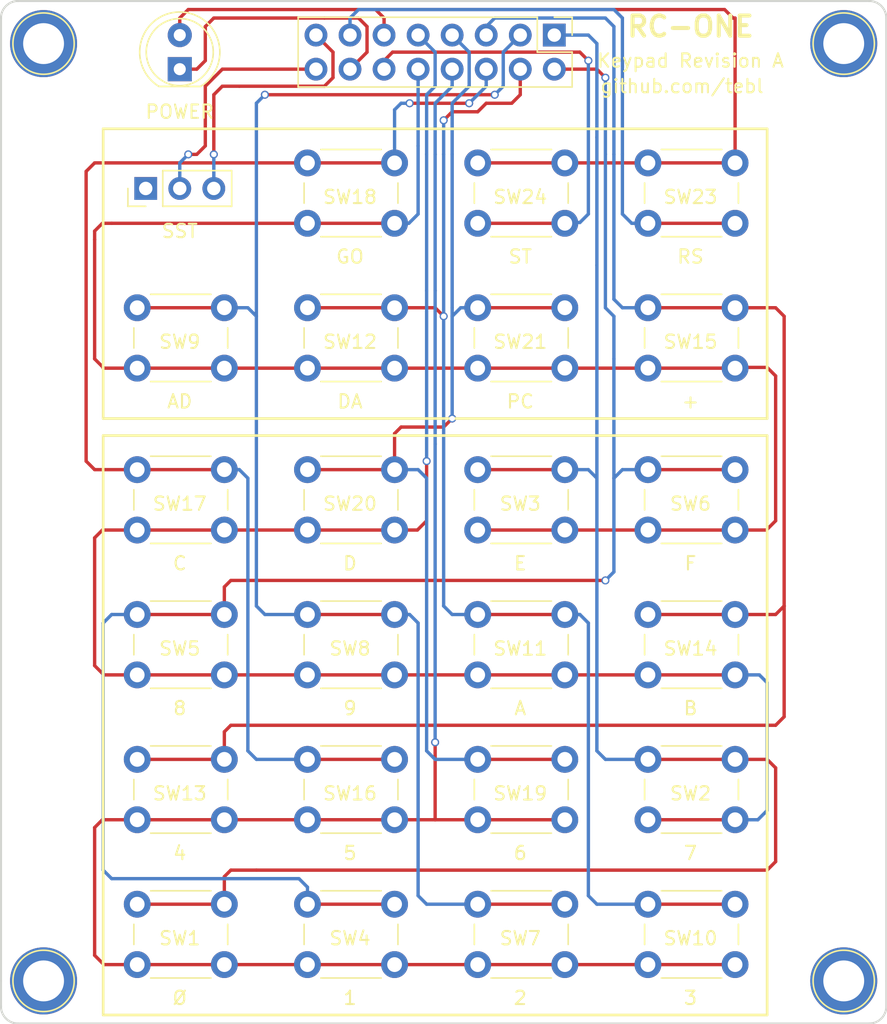
<source format=kicad_pcb>
(kicad_pcb (version 4) (host pcbnew 4.0.7)

  (general
    (links 96)
    (no_connects 0)
    (area 87.882857 54.397 154.687143 132.345)
    (thickness 1.6)
    (drawings 23)
    (tracks 303)
    (zones 0)
    (modules 30)
    (nets 17)
  )

  (page A4)
  (layers
    (0 F.Cu signal)
    (31 B.Cu signal)
    (32 B.Adhes user)
    (33 F.Adhes user)
    (34 B.Paste user)
    (35 F.Paste user)
    (36 B.SilkS user)
    (37 F.SilkS user)
    (38 B.Mask user)
    (39 F.Mask user)
    (40 Dwgs.User user)
    (41 Cmts.User user)
    (42 Eco1.User user)
    (43 Eco2.User user)
    (44 Edge.Cuts user)
    (45 Margin user)
    (46 B.CrtYd user)
    (47 F.CrtYd user)
    (48 B.Fab user)
    (49 F.Fab user)
  )

  (setup
    (last_trace_width 0.25)
    (trace_clearance 0.2)
    (zone_clearance 0.508)
    (zone_45_only no)
    (trace_min 0.2)
    (segment_width 0.2)
    (edge_width 0.15)
    (via_size 0.6)
    (via_drill 0.4)
    (via_min_size 0.4)
    (via_min_drill 0.3)
    (uvia_size 0.3)
    (uvia_drill 0.1)
    (uvias_allowed no)
    (uvia_min_size 0.2)
    (uvia_min_drill 0.1)
    (pcb_text_width 0.3)
    (pcb_text_size 1.5 1.5)
    (mod_edge_width 0.15)
    (mod_text_size 1 1)
    (mod_text_width 0.15)
    (pad_size 1.524 1.524)
    (pad_drill 0.762)
    (pad_to_mask_clearance 0.2)
    (aux_axis_origin 0 0)
    (visible_elements 7FFFFFFF)
    (pcbplotparams
      (layerselection 0x011fc_80000001)
      (usegerberextensions true)
      (excludeedgelayer true)
      (linewidth 0.100000)
      (plotframeref false)
      (viasonmask false)
      (mode 1)
      (useauxorigin false)
      (hpglpennumber 1)
      (hpglpenspeed 20)
      (hpglpendiameter 15)
      (hpglpenoverlay 2)
      (psnegative false)
      (psa4output false)
      (plotreference true)
      (plotvalue true)
      (plotinvisibletext false)
      (padsonsilk false)
      (subtractmaskfromsilk false)
      (outputformat 1)
      (mirror false)
      (drillshape 0)
      (scaleselection 1)
      (outputdirectory export/))
  )

  (net 0 "")
  (net 1 /LED)
  (net 2 /VCC)
  (net 3 /ST)
  (net 4 /RS)
  (net 5 /SST_OUT)
  (net 6 /SST_IN)
  (net 7 /PA6)
  (net 8 /PA5)
  (net 9 /PA4)
  (net 10 /PA3)
  (net 11 /PA2)
  (net 12 /PA1)
  (net 13 /PA0)
  (net 14 /ROW0)
  (net 15 /ROW1)
  (net 16 /ROW2)

  (net_class Default "This is the default net class."
    (clearance 0.2)
    (trace_width 0.25)
    (via_dia 0.6)
    (via_drill 0.4)
    (uvia_dia 0.3)
    (uvia_drill 0.1)
    (add_net /LED)
    (add_net /PA0)
    (add_net /PA1)
    (add_net /PA2)
    (add_net /PA3)
    (add_net /PA4)
    (add_net /PA5)
    (add_net /PA6)
    (add_net /ROW0)
    (add_net /ROW1)
    (add_net /ROW2)
    (add_net /RS)
    (add_net /SST_IN)
    (add_net /SST_OUT)
    (add_net /ST)
    (add_net /VCC)
  )

  (module LEDs:LED_D5.0mm (layer F.Cu) (tedit 5D629B76) (tstamp 5D6282C8)
    (at 101.6 60.325 90)
    (descr "LED, diameter 5.0mm, 2 pins, http://cdn-reichelt.de/documents/datenblatt/A500/LL-504BC2E-009.pdf")
    (tags "LED diameter 5.0mm 2 pins")
    (path /5D630229)
    (fp_text reference D1 (at 1.27 -3.96 90) (layer F.Fab)
      (effects (font (size 1 1) (thickness 0.15)))
    )
    (fp_text value PWR (at 1.27 3.96 90) (layer F.Fab)
      (effects (font (size 1 1) (thickness 0.15)))
    )
    (fp_arc (start 1.27 0) (end -1.23 -1.469694) (angle 299.1) (layer F.Fab) (width 0.1))
    (fp_arc (start 1.27 0) (end -1.29 -1.54483) (angle 148.9) (layer F.SilkS) (width 0.12))
    (fp_arc (start 1.27 0) (end -1.29 1.54483) (angle -148.9) (layer F.SilkS) (width 0.12))
    (fp_circle (center 1.27 0) (end 3.77 0) (layer F.Fab) (width 0.1))
    (fp_circle (center 1.27 0) (end 3.77 0) (layer F.SilkS) (width 0.12))
    (fp_line (start -1.23 -1.469694) (end -1.23 1.469694) (layer F.Fab) (width 0.1))
    (fp_line (start -1.29 -1.545) (end -1.29 1.545) (layer F.SilkS) (width 0.12))
    (fp_line (start -1.95 -3.25) (end -1.95 3.25) (layer F.CrtYd) (width 0.05))
    (fp_line (start -1.95 3.25) (end 4.5 3.25) (layer F.CrtYd) (width 0.05))
    (fp_line (start 4.5 3.25) (end 4.5 -3.25) (layer F.CrtYd) (width 0.05))
    (fp_line (start 4.5 -3.25) (end -1.95 -3.25) (layer F.CrtYd) (width 0.05))
    (fp_text user %R (at 1.25 0 90) (layer F.Fab)
      (effects (font (size 0.8 0.8) (thickness 0.2)))
    )
    (pad 1 thru_hole rect (at 0 0 90) (size 1.8 1.8) (drill 0.9) (layers *.Cu *.Mask)
      (net 1 /LED))
    (pad 2 thru_hole circle (at 2.54 0 90) (size 1.8 1.8) (drill 0.9) (layers *.Cu *.Mask)
      (net 2 /VCC))
    (model ${KISYS3DMOD}/LEDs.3dshapes/LED_D5.0mm.wrl
      (at (xyz 0 0 0))
      (scale (xyz 0.393701 0.393701 0.393701))
      (rotate (xyz 0 0 0))
    )
  )

  (module Pin_Headers:Pin_Header_Straight_2x08_Pitch2.54mm (layer F.Cu) (tedit 5D725009) (tstamp 5D6282DC)
    (at 129.54 57.785 270)
    (descr "Through hole straight pin header, 2x08, 2.54mm pitch, double rows")
    (tags "Through hole pin header THT 2x08 2.54mm double row")
    (path /5D62D671)
    (fp_text reference J1 (at 1.27 -2.33 270) (layer F.Fab)
      (effects (font (size 1 1) (thickness 0.15)))
    )
    (fp_text value KB (at 1.27 20.11 270) (layer F.Fab)
      (effects (font (size 1 1) (thickness 0.15)))
    )
    (fp_line (start 0 -1.27) (end 3.81 -1.27) (layer F.Fab) (width 0.1))
    (fp_line (start 3.81 -1.27) (end 3.81 19.05) (layer F.Fab) (width 0.1))
    (fp_line (start 3.81 19.05) (end -1.27 19.05) (layer F.Fab) (width 0.1))
    (fp_line (start -1.27 19.05) (end -1.27 0) (layer F.Fab) (width 0.1))
    (fp_line (start -1.27 0) (end 0 -1.27) (layer F.Fab) (width 0.1))
    (fp_line (start -1.33 19.11) (end 3.87 19.11) (layer F.SilkS) (width 0.12))
    (fp_line (start -1.33 1.27) (end -1.33 19.11) (layer F.SilkS) (width 0.12))
    (fp_line (start 3.87 -1.33) (end 3.87 19.11) (layer F.SilkS) (width 0.12))
    (fp_line (start -1.33 1.27) (end 1.27 1.27) (layer F.SilkS) (width 0.12))
    (fp_line (start 1.27 1.27) (end 1.27 -1.33) (layer F.SilkS) (width 0.12))
    (fp_line (start 1.27 -1.33) (end 3.87 -1.33) (layer F.SilkS) (width 0.12))
    (fp_line (start -1.33 0) (end -1.33 -1.33) (layer F.SilkS) (width 0.12))
    (fp_line (start -1.33 -1.33) (end 0 -1.33) (layer F.SilkS) (width 0.12))
    (fp_line (start -1.8 -1.8) (end -1.8 19.55) (layer F.CrtYd) (width 0.05))
    (fp_line (start -1.8 19.55) (end 4.35 19.55) (layer F.CrtYd) (width 0.05))
    (fp_line (start 4.35 19.55) (end 4.35 -1.8) (layer F.CrtYd) (width 0.05))
    (fp_line (start 4.35 -1.8) (end -1.8 -1.8) (layer F.CrtYd) (width 0.05))
    (fp_text user %R (at 1.27 8.89 360) (layer F.Fab)
      (effects (font (size 1 1) (thickness 0.15)))
    )
    (pad 1 thru_hole rect (at 0 0 270) (size 1.7 1.7) (drill 1) (layers *.Cu *.Mask)
      (net 7 /PA6))
    (pad 2 thru_hole oval (at 2.54 0 270) (size 1.7 1.7) (drill 1) (layers *.Cu *.Mask)
      (net 8 /PA5))
    (pad 3 thru_hole oval (at 0 2.54 270) (size 1.7 1.7) (drill 1) (layers *.Cu *.Mask)
      (net 9 /PA4))
    (pad 4 thru_hole oval (at 2.54 2.54 270) (size 1.7 1.7) (drill 1) (layers *.Cu *.Mask)
      (net 10 /PA3))
    (pad 5 thru_hole oval (at 0 5.08 270) (size 1.7 1.7) (drill 1) (layers *.Cu *.Mask)
      (net 11 /PA2))
    (pad 6 thru_hole oval (at 2.54 5.08 270) (size 1.7 1.7) (drill 1) (layers *.Cu *.Mask)
      (net 12 /PA1))
    (pad 7 thru_hole oval (at 0 7.62 270) (size 1.7 1.7) (drill 1) (layers *.Cu *.Mask)
      (net 13 /PA0))
    (pad 8 thru_hole oval (at 2.54 7.62 270) (size 1.7 1.7) (drill 1) (layers *.Cu *.Mask)
      (net 14 /ROW0))
    (pad 9 thru_hole oval (at 0 10.16 270) (size 1.7 1.7) (drill 1) (layers *.Cu *.Mask)
      (net 15 /ROW1))
    (pad 10 thru_hole oval (at 2.54 10.16 270) (size 1.7 1.7) (drill 1) (layers *.Cu *.Mask)
      (net 16 /ROW2))
    (pad 11 thru_hole oval (at 0 12.7 270) (size 1.7 1.7) (drill 1) (layers *.Cu *.Mask)
      (net 2 /VCC))
    (pad 12 thru_hole oval (at 2.54 12.7 270) (size 1.7 1.7) (drill 1) (layers *.Cu *.Mask)
      (net 3 /ST))
    (pad 13 thru_hole oval (at 0 15.24 270) (size 1.7 1.7) (drill 1) (layers *.Cu *.Mask)
      (net 4 /RS))
    (pad 14 thru_hole oval (at 2.54 15.24 270) (size 1.7 1.7) (drill 1) (layers *.Cu *.Mask)
      (net 1 /LED))
    (pad 15 thru_hole oval (at 0 17.78 270) (size 1.7 1.7) (drill 1) (layers *.Cu *.Mask)
      (net 5 /SST_OUT))
    (pad 16 thru_hole oval (at 2.54 17.78 270) (size 1.7 1.7) (drill 1) (layers *.Cu *.Mask)
      (net 6 /SST_IN))
    (model ${KISYS3DMOD}/Pin_Headers.3dshapes/Pin_Header_Straight_2x08_Pitch2.54mm.wrl
      (at (xyz 0 0 0))
      (scale (xyz 1 1 1))
      (rotate (xyz 0 0 0))
    )
  )

  (module Buttons_Switches_THT:SW_PUSH_6mm (layer F.Cu) (tedit 5D725310) (tstamp 5D724CC2)
    (at 98.425 122.555)
    (descr https://www.omron.com/ecb/products/pdf/en-b3f.pdf)
    (tags "tact sw push 6mm")
    (path /5D61DCD5)
    (fp_text reference SW1 (at 3.175 2.54) (layer F.SilkS)
      (effects (font (size 1 1) (thickness 0.15)))
    )
    (fp_text value Ø (at 3.175 6.985) (layer F.SilkS)
      (effects (font (size 1 1) (thickness 0.15)))
    )
    (fp_text user %R (at 3.175 2.54) (layer F.Fab)
      (effects (font (size 1 1) (thickness 0.15)))
    )
    (fp_line (start 3.25 -0.75) (end 6.25 -0.75) (layer F.Fab) (width 0.1))
    (fp_line (start 6.25 -0.75) (end 6.25 5.25) (layer F.Fab) (width 0.1))
    (fp_line (start 6.25 5.25) (end 0.25 5.25) (layer F.Fab) (width 0.1))
    (fp_line (start 0.25 5.25) (end 0.25 -0.75) (layer F.Fab) (width 0.1))
    (fp_line (start 0.25 -0.75) (end 3.25 -0.75) (layer F.Fab) (width 0.1))
    (fp_line (start 7.75 6) (end 8 6) (layer F.CrtYd) (width 0.05))
    (fp_line (start 8 6) (end 8 5.75) (layer F.CrtYd) (width 0.05))
    (fp_line (start 7.75 -1.5) (end 8 -1.5) (layer F.CrtYd) (width 0.05))
    (fp_line (start 8 -1.5) (end 8 -1.25) (layer F.CrtYd) (width 0.05))
    (fp_line (start -1.5 -1.25) (end -1.5 -1.5) (layer F.CrtYd) (width 0.05))
    (fp_line (start -1.5 -1.5) (end -1.25 -1.5) (layer F.CrtYd) (width 0.05))
    (fp_line (start -1.5 5.75) (end -1.5 6) (layer F.CrtYd) (width 0.05))
    (fp_line (start -1.5 6) (end -1.25 6) (layer F.CrtYd) (width 0.05))
    (fp_line (start -1.25 -1.5) (end 7.75 -1.5) (layer F.CrtYd) (width 0.05))
    (fp_line (start -1.5 5.75) (end -1.5 -1.25) (layer F.CrtYd) (width 0.05))
    (fp_line (start 7.75 6) (end -1.25 6) (layer F.CrtYd) (width 0.05))
    (fp_line (start 8 -1.25) (end 8 5.75) (layer F.CrtYd) (width 0.05))
    (fp_line (start 1 5.5) (end 5.5 5.5) (layer F.SilkS) (width 0.12))
    (fp_line (start -0.25 1.5) (end -0.25 3) (layer F.SilkS) (width 0.12))
    (fp_line (start 5.5 -1) (end 1 -1) (layer F.SilkS) (width 0.12))
    (fp_line (start 6.75 3) (end 6.75 1.5) (layer F.SilkS) (width 0.12))
    (fp_circle (center 3.25 2.25) (end 1.25 2.5) (layer F.Fab) (width 0.1))
    (pad 2 thru_hole circle (at 0 4.5 90) (size 2 2) (drill 1.1) (layers *.Cu *.Mask)
      (net 14 /ROW0))
    (pad 1 thru_hole circle (at 0 0 90) (size 2 2) (drill 1.1) (layers *.Cu *.Mask)
      (net 7 /PA6))
    (pad 2 thru_hole circle (at 6.5 4.5 90) (size 2 2) (drill 1.1) (layers *.Cu *.Mask)
      (net 14 /ROW0))
    (pad 1 thru_hole circle (at 6.5 0 90) (size 2 2) (drill 1.1) (layers *.Cu *.Mask)
      (net 7 /PA6))
    (model ${KISYS3DMOD}/Buttons_Switches_THT.3dshapes/SW_PUSH_6mm.wrl
      (at (xyz 0.005 0 0))
      (scale (xyz 0.3937 0.3937 0.3937))
      (rotate (xyz 0 0 0))
    )
  )

  (module Buttons_Switches_THT:SW_PUSH_6mm (layer F.Cu) (tedit 5D7252FF) (tstamp 5D724CC9)
    (at 136.525 111.76)
    (descr https://www.omron.com/ecb/products/pdf/en-b3f.pdf)
    (tags "tact sw push 6mm")
    (path /5D61DCD2)
    (fp_text reference SW2 (at 3.175 2.54) (layer F.SilkS)
      (effects (font (size 1 1) (thickness 0.15)))
    )
    (fp_text value 7 (at 3.175 6.985) (layer F.SilkS)
      (effects (font (size 1 1) (thickness 0.15)))
    )
    (fp_text user %R (at 3.175 2.54) (layer F.Fab)
      (effects (font (size 1 1) (thickness 0.15)))
    )
    (fp_line (start 3.25 -0.75) (end 6.25 -0.75) (layer F.Fab) (width 0.1))
    (fp_line (start 6.25 -0.75) (end 6.25 5.25) (layer F.Fab) (width 0.1))
    (fp_line (start 6.25 5.25) (end 0.25 5.25) (layer F.Fab) (width 0.1))
    (fp_line (start 0.25 5.25) (end 0.25 -0.75) (layer F.Fab) (width 0.1))
    (fp_line (start 0.25 -0.75) (end 3.25 -0.75) (layer F.Fab) (width 0.1))
    (fp_line (start 7.75 6) (end 8 6) (layer F.CrtYd) (width 0.05))
    (fp_line (start 8 6) (end 8 5.75) (layer F.CrtYd) (width 0.05))
    (fp_line (start 7.75 -1.5) (end 8 -1.5) (layer F.CrtYd) (width 0.05))
    (fp_line (start 8 -1.5) (end 8 -1.25) (layer F.CrtYd) (width 0.05))
    (fp_line (start -1.5 -1.25) (end -1.5 -1.5) (layer F.CrtYd) (width 0.05))
    (fp_line (start -1.5 -1.5) (end -1.25 -1.5) (layer F.CrtYd) (width 0.05))
    (fp_line (start -1.5 5.75) (end -1.5 6) (layer F.CrtYd) (width 0.05))
    (fp_line (start -1.5 6) (end -1.25 6) (layer F.CrtYd) (width 0.05))
    (fp_line (start -1.25 -1.5) (end 7.75 -1.5) (layer F.CrtYd) (width 0.05))
    (fp_line (start -1.5 5.75) (end -1.5 -1.25) (layer F.CrtYd) (width 0.05))
    (fp_line (start 7.75 6) (end -1.25 6) (layer F.CrtYd) (width 0.05))
    (fp_line (start 8 -1.25) (end 8 5.75) (layer F.CrtYd) (width 0.05))
    (fp_line (start 1 5.5) (end 5.5 5.5) (layer F.SilkS) (width 0.12))
    (fp_line (start -0.25 1.5) (end -0.25 3) (layer F.SilkS) (width 0.12))
    (fp_line (start 5.5 -1) (end 1 -1) (layer F.SilkS) (width 0.12))
    (fp_line (start 6.75 3) (end 6.75 1.5) (layer F.SilkS) (width 0.12))
    (fp_circle (center 3.25 2.25) (end 1.25 2.5) (layer F.Fab) (width 0.1))
    (pad 2 thru_hole circle (at 0 4.5 90) (size 2 2) (drill 1.1) (layers *.Cu *.Mask)
      (net 15 /ROW1))
    (pad 1 thru_hole circle (at 0 0 90) (size 2 2) (drill 1.1) (layers *.Cu *.Mask)
      (net 7 /PA6))
    (pad 2 thru_hole circle (at 6.5 4.5 90) (size 2 2) (drill 1.1) (layers *.Cu *.Mask)
      (net 15 /ROW1))
    (pad 1 thru_hole circle (at 6.5 0 90) (size 2 2) (drill 1.1) (layers *.Cu *.Mask)
      (net 7 /PA6))
    (model ${KISYS3DMOD}/Buttons_Switches_THT.3dshapes/SW_PUSH_6mm.wrl
      (at (xyz 0.005 0 0))
      (scale (xyz 0.3937 0.3937 0.3937))
      (rotate (xyz 0 0 0))
    )
  )

  (module Buttons_Switches_THT:SW_PUSH_6mm (layer F.Cu) (tedit 5D7252E5) (tstamp 5D724CD0)
    (at 123.825 90.17)
    (descr https://www.omron.com/ecb/products/pdf/en-b3f.pdf)
    (tags "tact sw push 6mm")
    (path /5D61DCC9)
    (fp_text reference SW3 (at 3.175 2.54) (layer F.SilkS)
      (effects (font (size 1 1) (thickness 0.15)))
    )
    (fp_text value E (at 3.175 6.985) (layer F.SilkS)
      (effects (font (size 1 1) (thickness 0.15)))
    )
    (fp_text user %R (at 3.175 2.54) (layer F.Fab)
      (effects (font (size 1 1) (thickness 0.15)))
    )
    (fp_line (start 3.25 -0.75) (end 6.25 -0.75) (layer F.Fab) (width 0.1))
    (fp_line (start 6.25 -0.75) (end 6.25 5.25) (layer F.Fab) (width 0.1))
    (fp_line (start 6.25 5.25) (end 0.25 5.25) (layer F.Fab) (width 0.1))
    (fp_line (start 0.25 5.25) (end 0.25 -0.75) (layer F.Fab) (width 0.1))
    (fp_line (start 0.25 -0.75) (end 3.25 -0.75) (layer F.Fab) (width 0.1))
    (fp_line (start 7.75 6) (end 8 6) (layer F.CrtYd) (width 0.05))
    (fp_line (start 8 6) (end 8 5.75) (layer F.CrtYd) (width 0.05))
    (fp_line (start 7.75 -1.5) (end 8 -1.5) (layer F.CrtYd) (width 0.05))
    (fp_line (start 8 -1.5) (end 8 -1.25) (layer F.CrtYd) (width 0.05))
    (fp_line (start -1.5 -1.25) (end -1.5 -1.5) (layer F.CrtYd) (width 0.05))
    (fp_line (start -1.5 -1.5) (end -1.25 -1.5) (layer F.CrtYd) (width 0.05))
    (fp_line (start -1.5 5.75) (end -1.5 6) (layer F.CrtYd) (width 0.05))
    (fp_line (start -1.5 6) (end -1.25 6) (layer F.CrtYd) (width 0.05))
    (fp_line (start -1.25 -1.5) (end 7.75 -1.5) (layer F.CrtYd) (width 0.05))
    (fp_line (start -1.5 5.75) (end -1.5 -1.25) (layer F.CrtYd) (width 0.05))
    (fp_line (start 7.75 6) (end -1.25 6) (layer F.CrtYd) (width 0.05))
    (fp_line (start 8 -1.25) (end 8 5.75) (layer F.CrtYd) (width 0.05))
    (fp_line (start 1 5.5) (end 5.5 5.5) (layer F.SilkS) (width 0.12))
    (fp_line (start -0.25 1.5) (end -0.25 3) (layer F.SilkS) (width 0.12))
    (fp_line (start 5.5 -1) (end 1 -1) (layer F.SilkS) (width 0.12))
    (fp_line (start 6.75 3) (end 6.75 1.5) (layer F.SilkS) (width 0.12))
    (fp_circle (center 3.25 2.25) (end 1.25 2.5) (layer F.Fab) (width 0.1))
    (pad 2 thru_hole circle (at 0 4.5 90) (size 2 2) (drill 1.1) (layers *.Cu *.Mask)
      (net 16 /ROW2))
    (pad 1 thru_hole circle (at 0 0 90) (size 2 2) (drill 1.1) (layers *.Cu *.Mask)
      (net 7 /PA6))
    (pad 2 thru_hole circle (at 6.5 4.5 90) (size 2 2) (drill 1.1) (layers *.Cu *.Mask)
      (net 16 /ROW2))
    (pad 1 thru_hole circle (at 6.5 0 90) (size 2 2) (drill 1.1) (layers *.Cu *.Mask)
      (net 7 /PA6))
    (model ${KISYS3DMOD}/Buttons_Switches_THT.3dshapes/SW_PUSH_6mm.wrl
      (at (xyz 0.005 0 0))
      (scale (xyz 0.3937 0.3937 0.3937))
      (rotate (xyz 0 0 0))
    )
  )

  (module Buttons_Switches_THT:SW_PUSH_6mm (layer F.Cu) (tedit 5D725313) (tstamp 5D724CD7)
    (at 111.125 122.555)
    (descr https://www.omron.com/ecb/products/pdf/en-b3f.pdf)
    (tags "tact sw push 6mm")
    (path /5D61DCC6)
    (fp_text reference SW4 (at 3.175 2.54) (layer F.SilkS)
      (effects (font (size 1 1) (thickness 0.15)))
    )
    (fp_text value 1 (at 3.175 6.985) (layer F.SilkS)
      (effects (font (size 1 1) (thickness 0.15)))
    )
    (fp_text user %R (at 3.175 2.54) (layer F.Fab)
      (effects (font (size 1 1) (thickness 0.15)))
    )
    (fp_line (start 3.25 -0.75) (end 6.25 -0.75) (layer F.Fab) (width 0.1))
    (fp_line (start 6.25 -0.75) (end 6.25 5.25) (layer F.Fab) (width 0.1))
    (fp_line (start 6.25 5.25) (end 0.25 5.25) (layer F.Fab) (width 0.1))
    (fp_line (start 0.25 5.25) (end 0.25 -0.75) (layer F.Fab) (width 0.1))
    (fp_line (start 0.25 -0.75) (end 3.25 -0.75) (layer F.Fab) (width 0.1))
    (fp_line (start 7.75 6) (end 8 6) (layer F.CrtYd) (width 0.05))
    (fp_line (start 8 6) (end 8 5.75) (layer F.CrtYd) (width 0.05))
    (fp_line (start 7.75 -1.5) (end 8 -1.5) (layer F.CrtYd) (width 0.05))
    (fp_line (start 8 -1.5) (end 8 -1.25) (layer F.CrtYd) (width 0.05))
    (fp_line (start -1.5 -1.25) (end -1.5 -1.5) (layer F.CrtYd) (width 0.05))
    (fp_line (start -1.5 -1.5) (end -1.25 -1.5) (layer F.CrtYd) (width 0.05))
    (fp_line (start -1.5 5.75) (end -1.5 6) (layer F.CrtYd) (width 0.05))
    (fp_line (start -1.5 6) (end -1.25 6) (layer F.CrtYd) (width 0.05))
    (fp_line (start -1.25 -1.5) (end 7.75 -1.5) (layer F.CrtYd) (width 0.05))
    (fp_line (start -1.5 5.75) (end -1.5 -1.25) (layer F.CrtYd) (width 0.05))
    (fp_line (start 7.75 6) (end -1.25 6) (layer F.CrtYd) (width 0.05))
    (fp_line (start 8 -1.25) (end 8 5.75) (layer F.CrtYd) (width 0.05))
    (fp_line (start 1 5.5) (end 5.5 5.5) (layer F.SilkS) (width 0.12))
    (fp_line (start -0.25 1.5) (end -0.25 3) (layer F.SilkS) (width 0.12))
    (fp_line (start 5.5 -1) (end 1 -1) (layer F.SilkS) (width 0.12))
    (fp_line (start 6.75 3) (end 6.75 1.5) (layer F.SilkS) (width 0.12))
    (fp_circle (center 3.25 2.25) (end 1.25 2.5) (layer F.Fab) (width 0.1))
    (pad 2 thru_hole circle (at 0 4.5 90) (size 2 2) (drill 1.1) (layers *.Cu *.Mask)
      (net 14 /ROW0))
    (pad 1 thru_hole circle (at 0 0 90) (size 2 2) (drill 1.1) (layers *.Cu *.Mask)
      (net 8 /PA5))
    (pad 2 thru_hole circle (at 6.5 4.5 90) (size 2 2) (drill 1.1) (layers *.Cu *.Mask)
      (net 14 /ROW0))
    (pad 1 thru_hole circle (at 6.5 0 90) (size 2 2) (drill 1.1) (layers *.Cu *.Mask)
      (net 8 /PA5))
    (model ${KISYS3DMOD}/Buttons_Switches_THT.3dshapes/SW_PUSH_6mm.wrl
      (at (xyz 0.005 0 0))
      (scale (xyz 0.3937 0.3937 0.3937))
      (rotate (xyz 0 0 0))
    )
  )

  (module Buttons_Switches_THT:SW_PUSH_6mm (layer F.Cu) (tedit 5D7252EE) (tstamp 5D724CDE)
    (at 98.425 100.965)
    (descr https://www.omron.com/ecb/products/pdf/en-b3f.pdf)
    (tags "tact sw push 6mm")
    (path /5D61DCD3)
    (fp_text reference SW5 (at 3.175 2.54) (layer F.SilkS)
      (effects (font (size 1 1) (thickness 0.15)))
    )
    (fp_text value 8 (at 3.175 6.985) (layer F.SilkS)
      (effects (font (size 1 1) (thickness 0.15)))
    )
    (fp_text user %R (at 3.175 2.54) (layer F.Fab)
      (effects (font (size 1 1) (thickness 0.15)))
    )
    (fp_line (start 3.25 -0.75) (end 6.25 -0.75) (layer F.Fab) (width 0.1))
    (fp_line (start 6.25 -0.75) (end 6.25 5.25) (layer F.Fab) (width 0.1))
    (fp_line (start 6.25 5.25) (end 0.25 5.25) (layer F.Fab) (width 0.1))
    (fp_line (start 0.25 5.25) (end 0.25 -0.75) (layer F.Fab) (width 0.1))
    (fp_line (start 0.25 -0.75) (end 3.25 -0.75) (layer F.Fab) (width 0.1))
    (fp_line (start 7.75 6) (end 8 6) (layer F.CrtYd) (width 0.05))
    (fp_line (start 8 6) (end 8 5.75) (layer F.CrtYd) (width 0.05))
    (fp_line (start 7.75 -1.5) (end 8 -1.5) (layer F.CrtYd) (width 0.05))
    (fp_line (start 8 -1.5) (end 8 -1.25) (layer F.CrtYd) (width 0.05))
    (fp_line (start -1.5 -1.25) (end -1.5 -1.5) (layer F.CrtYd) (width 0.05))
    (fp_line (start -1.5 -1.5) (end -1.25 -1.5) (layer F.CrtYd) (width 0.05))
    (fp_line (start -1.5 5.75) (end -1.5 6) (layer F.CrtYd) (width 0.05))
    (fp_line (start -1.5 6) (end -1.25 6) (layer F.CrtYd) (width 0.05))
    (fp_line (start -1.25 -1.5) (end 7.75 -1.5) (layer F.CrtYd) (width 0.05))
    (fp_line (start -1.5 5.75) (end -1.5 -1.25) (layer F.CrtYd) (width 0.05))
    (fp_line (start 7.75 6) (end -1.25 6) (layer F.CrtYd) (width 0.05))
    (fp_line (start 8 -1.25) (end 8 5.75) (layer F.CrtYd) (width 0.05))
    (fp_line (start 1 5.5) (end 5.5 5.5) (layer F.SilkS) (width 0.12))
    (fp_line (start -0.25 1.5) (end -0.25 3) (layer F.SilkS) (width 0.12))
    (fp_line (start 5.5 -1) (end 1 -1) (layer F.SilkS) (width 0.12))
    (fp_line (start 6.75 3) (end 6.75 1.5) (layer F.SilkS) (width 0.12))
    (fp_circle (center 3.25 2.25) (end 1.25 2.5) (layer F.Fab) (width 0.1))
    (pad 2 thru_hole circle (at 0 4.5 90) (size 2 2) (drill 1.1) (layers *.Cu *.Mask)
      (net 15 /ROW1))
    (pad 1 thru_hole circle (at 0 0 90) (size 2 2) (drill 1.1) (layers *.Cu *.Mask)
      (net 8 /PA5))
    (pad 2 thru_hole circle (at 6.5 4.5 90) (size 2 2) (drill 1.1) (layers *.Cu *.Mask)
      (net 15 /ROW1))
    (pad 1 thru_hole circle (at 6.5 0 90) (size 2 2) (drill 1.1) (layers *.Cu *.Mask)
      (net 8 /PA5))
    (model ${KISYS3DMOD}/Buttons_Switches_THT.3dshapes/SW_PUSH_6mm.wrl
      (at (xyz 0.005 0 0))
      (scale (xyz 0.3937 0.3937 0.3937))
      (rotate (xyz 0 0 0))
    )
  )

  (module Buttons_Switches_THT:SW_PUSH_6mm (layer F.Cu) (tedit 5D7252E8) (tstamp 5D724CE5)
    (at 136.525 90.17)
    (descr https://www.omron.com/ecb/products/pdf/en-b3f.pdf)
    (tags "tact sw push 6mm")
    (path /5D61DCCD)
    (fp_text reference SW6 (at 3.175 2.54) (layer F.SilkS)
      (effects (font (size 1 1) (thickness 0.15)))
    )
    (fp_text value F (at 3.175 6.985) (layer F.SilkS)
      (effects (font (size 1 1) (thickness 0.15)))
    )
    (fp_text user %R (at 3.175 2.54) (layer F.Fab)
      (effects (font (size 1 1) (thickness 0.15)))
    )
    (fp_line (start 3.25 -0.75) (end 6.25 -0.75) (layer F.Fab) (width 0.1))
    (fp_line (start 6.25 -0.75) (end 6.25 5.25) (layer F.Fab) (width 0.1))
    (fp_line (start 6.25 5.25) (end 0.25 5.25) (layer F.Fab) (width 0.1))
    (fp_line (start 0.25 5.25) (end 0.25 -0.75) (layer F.Fab) (width 0.1))
    (fp_line (start 0.25 -0.75) (end 3.25 -0.75) (layer F.Fab) (width 0.1))
    (fp_line (start 7.75 6) (end 8 6) (layer F.CrtYd) (width 0.05))
    (fp_line (start 8 6) (end 8 5.75) (layer F.CrtYd) (width 0.05))
    (fp_line (start 7.75 -1.5) (end 8 -1.5) (layer F.CrtYd) (width 0.05))
    (fp_line (start 8 -1.5) (end 8 -1.25) (layer F.CrtYd) (width 0.05))
    (fp_line (start -1.5 -1.25) (end -1.5 -1.5) (layer F.CrtYd) (width 0.05))
    (fp_line (start -1.5 -1.5) (end -1.25 -1.5) (layer F.CrtYd) (width 0.05))
    (fp_line (start -1.5 5.75) (end -1.5 6) (layer F.CrtYd) (width 0.05))
    (fp_line (start -1.5 6) (end -1.25 6) (layer F.CrtYd) (width 0.05))
    (fp_line (start -1.25 -1.5) (end 7.75 -1.5) (layer F.CrtYd) (width 0.05))
    (fp_line (start -1.5 5.75) (end -1.5 -1.25) (layer F.CrtYd) (width 0.05))
    (fp_line (start 7.75 6) (end -1.25 6) (layer F.CrtYd) (width 0.05))
    (fp_line (start 8 -1.25) (end 8 5.75) (layer F.CrtYd) (width 0.05))
    (fp_line (start 1 5.5) (end 5.5 5.5) (layer F.SilkS) (width 0.12))
    (fp_line (start -0.25 1.5) (end -0.25 3) (layer F.SilkS) (width 0.12))
    (fp_line (start 5.5 -1) (end 1 -1) (layer F.SilkS) (width 0.12))
    (fp_line (start 6.75 3) (end 6.75 1.5) (layer F.SilkS) (width 0.12))
    (fp_circle (center 3.25 2.25) (end 1.25 2.5) (layer F.Fab) (width 0.1))
    (pad 2 thru_hole circle (at 0 4.5 90) (size 2 2) (drill 1.1) (layers *.Cu *.Mask)
      (net 16 /ROW2))
    (pad 1 thru_hole circle (at 0 0 90) (size 2 2) (drill 1.1) (layers *.Cu *.Mask)
      (net 8 /PA5))
    (pad 2 thru_hole circle (at 6.5 4.5 90) (size 2 2) (drill 1.1) (layers *.Cu *.Mask)
      (net 16 /ROW2))
    (pad 1 thru_hole circle (at 6.5 0 90) (size 2 2) (drill 1.1) (layers *.Cu *.Mask)
      (net 8 /PA5))
    (model ${KISYS3DMOD}/Buttons_Switches_THT.3dshapes/SW_PUSH_6mm.wrl
      (at (xyz 0.005 0 0))
      (scale (xyz 0.3937 0.3937 0.3937))
      (rotate (xyz 0 0 0))
    )
  )

  (module Buttons_Switches_THT:SW_PUSH_6mm (layer F.Cu) (tedit 5D725317) (tstamp 5D724CEC)
    (at 123.825 122.555)
    (descr https://www.omron.com/ecb/products/pdf/en-b3f.pdf)
    (tags "tact sw push 6mm")
    (path /5D61DCC5)
    (fp_text reference SW7 (at 3.175 2.54) (layer F.SilkS)
      (effects (font (size 1 1) (thickness 0.15)))
    )
    (fp_text value 2 (at 3.175 6.985) (layer F.SilkS)
      (effects (font (size 1 1) (thickness 0.15)))
    )
    (fp_text user %R (at 3.175 2.54) (layer F.Fab)
      (effects (font (size 1 1) (thickness 0.15)))
    )
    (fp_line (start 3.25 -0.75) (end 6.25 -0.75) (layer F.Fab) (width 0.1))
    (fp_line (start 6.25 -0.75) (end 6.25 5.25) (layer F.Fab) (width 0.1))
    (fp_line (start 6.25 5.25) (end 0.25 5.25) (layer F.Fab) (width 0.1))
    (fp_line (start 0.25 5.25) (end 0.25 -0.75) (layer F.Fab) (width 0.1))
    (fp_line (start 0.25 -0.75) (end 3.25 -0.75) (layer F.Fab) (width 0.1))
    (fp_line (start 7.75 6) (end 8 6) (layer F.CrtYd) (width 0.05))
    (fp_line (start 8 6) (end 8 5.75) (layer F.CrtYd) (width 0.05))
    (fp_line (start 7.75 -1.5) (end 8 -1.5) (layer F.CrtYd) (width 0.05))
    (fp_line (start 8 -1.5) (end 8 -1.25) (layer F.CrtYd) (width 0.05))
    (fp_line (start -1.5 -1.25) (end -1.5 -1.5) (layer F.CrtYd) (width 0.05))
    (fp_line (start -1.5 -1.5) (end -1.25 -1.5) (layer F.CrtYd) (width 0.05))
    (fp_line (start -1.5 5.75) (end -1.5 6) (layer F.CrtYd) (width 0.05))
    (fp_line (start -1.5 6) (end -1.25 6) (layer F.CrtYd) (width 0.05))
    (fp_line (start -1.25 -1.5) (end 7.75 -1.5) (layer F.CrtYd) (width 0.05))
    (fp_line (start -1.5 5.75) (end -1.5 -1.25) (layer F.CrtYd) (width 0.05))
    (fp_line (start 7.75 6) (end -1.25 6) (layer F.CrtYd) (width 0.05))
    (fp_line (start 8 -1.25) (end 8 5.75) (layer F.CrtYd) (width 0.05))
    (fp_line (start 1 5.5) (end 5.5 5.5) (layer F.SilkS) (width 0.12))
    (fp_line (start -0.25 1.5) (end -0.25 3) (layer F.SilkS) (width 0.12))
    (fp_line (start 5.5 -1) (end 1 -1) (layer F.SilkS) (width 0.12))
    (fp_line (start 6.75 3) (end 6.75 1.5) (layer F.SilkS) (width 0.12))
    (fp_circle (center 3.25 2.25) (end 1.25 2.5) (layer F.Fab) (width 0.1))
    (pad 2 thru_hole circle (at 0 4.5 90) (size 2 2) (drill 1.1) (layers *.Cu *.Mask)
      (net 14 /ROW0))
    (pad 1 thru_hole circle (at 0 0 90) (size 2 2) (drill 1.1) (layers *.Cu *.Mask)
      (net 9 /PA4))
    (pad 2 thru_hole circle (at 6.5 4.5 90) (size 2 2) (drill 1.1) (layers *.Cu *.Mask)
      (net 14 /ROW0))
    (pad 1 thru_hole circle (at 6.5 0 90) (size 2 2) (drill 1.1) (layers *.Cu *.Mask)
      (net 9 /PA4))
    (model ${KISYS3DMOD}/Buttons_Switches_THT.3dshapes/SW_PUSH_6mm.wrl
      (at (xyz 0.005 0 0))
      (scale (xyz 0.3937 0.3937 0.3937))
      (rotate (xyz 0 0 0))
    )
  )

  (module Buttons_Switches_THT:SW_PUSH_6mm (layer F.Cu) (tedit 5D7252F2) (tstamp 5D724CF3)
    (at 111.125 100.965)
    (descr https://www.omron.com/ecb/products/pdf/en-b3f.pdf)
    (tags "tact sw push 6mm")
    (path /5D61DCD4)
    (fp_text reference SW8 (at 3.175 2.54) (layer F.SilkS)
      (effects (font (size 1 1) (thickness 0.15)))
    )
    (fp_text value 9 (at 3.175 6.985) (layer F.SilkS)
      (effects (font (size 1 1) (thickness 0.15)))
    )
    (fp_text user %R (at 3.175 2.54) (layer F.Fab)
      (effects (font (size 1 1) (thickness 0.15)))
    )
    (fp_line (start 3.25 -0.75) (end 6.25 -0.75) (layer F.Fab) (width 0.1))
    (fp_line (start 6.25 -0.75) (end 6.25 5.25) (layer F.Fab) (width 0.1))
    (fp_line (start 6.25 5.25) (end 0.25 5.25) (layer F.Fab) (width 0.1))
    (fp_line (start 0.25 5.25) (end 0.25 -0.75) (layer F.Fab) (width 0.1))
    (fp_line (start 0.25 -0.75) (end 3.25 -0.75) (layer F.Fab) (width 0.1))
    (fp_line (start 7.75 6) (end 8 6) (layer F.CrtYd) (width 0.05))
    (fp_line (start 8 6) (end 8 5.75) (layer F.CrtYd) (width 0.05))
    (fp_line (start 7.75 -1.5) (end 8 -1.5) (layer F.CrtYd) (width 0.05))
    (fp_line (start 8 -1.5) (end 8 -1.25) (layer F.CrtYd) (width 0.05))
    (fp_line (start -1.5 -1.25) (end -1.5 -1.5) (layer F.CrtYd) (width 0.05))
    (fp_line (start -1.5 -1.5) (end -1.25 -1.5) (layer F.CrtYd) (width 0.05))
    (fp_line (start -1.5 5.75) (end -1.5 6) (layer F.CrtYd) (width 0.05))
    (fp_line (start -1.5 6) (end -1.25 6) (layer F.CrtYd) (width 0.05))
    (fp_line (start -1.25 -1.5) (end 7.75 -1.5) (layer F.CrtYd) (width 0.05))
    (fp_line (start -1.5 5.75) (end -1.5 -1.25) (layer F.CrtYd) (width 0.05))
    (fp_line (start 7.75 6) (end -1.25 6) (layer F.CrtYd) (width 0.05))
    (fp_line (start 8 -1.25) (end 8 5.75) (layer F.CrtYd) (width 0.05))
    (fp_line (start 1 5.5) (end 5.5 5.5) (layer F.SilkS) (width 0.12))
    (fp_line (start -0.25 1.5) (end -0.25 3) (layer F.SilkS) (width 0.12))
    (fp_line (start 5.5 -1) (end 1 -1) (layer F.SilkS) (width 0.12))
    (fp_line (start 6.75 3) (end 6.75 1.5) (layer F.SilkS) (width 0.12))
    (fp_circle (center 3.25 2.25) (end 1.25 2.5) (layer F.Fab) (width 0.1))
    (pad 2 thru_hole circle (at 0 4.5 90) (size 2 2) (drill 1.1) (layers *.Cu *.Mask)
      (net 15 /ROW1))
    (pad 1 thru_hole circle (at 0 0 90) (size 2 2) (drill 1.1) (layers *.Cu *.Mask)
      (net 9 /PA4))
    (pad 2 thru_hole circle (at 6.5 4.5 90) (size 2 2) (drill 1.1) (layers *.Cu *.Mask)
      (net 15 /ROW1))
    (pad 1 thru_hole circle (at 6.5 0 90) (size 2 2) (drill 1.1) (layers *.Cu *.Mask)
      (net 9 /PA4))
    (model ${KISYS3DMOD}/Buttons_Switches_THT.3dshapes/SW_PUSH_6mm.wrl
      (at (xyz 0.005 0 0))
      (scale (xyz 0.3937 0.3937 0.3937))
      (rotate (xyz 0 0 0))
    )
  )

  (module Buttons_Switches_THT:SW_PUSH_6mm (layer F.Cu) (tedit 5D724EAA) (tstamp 5D724CFA)
    (at 98.425 78.105)
    (descr https://www.omron.com/ecb/products/pdf/en-b3f.pdf)
    (tags "tact sw push 6mm")
    (path /5D61DCD7)
    (fp_text reference SW9 (at 3.175 2.54) (layer F.SilkS)
      (effects (font (size 1 1) (thickness 0.15)))
    )
    (fp_text value AD (at 3.175 6.985) (layer F.SilkS)
      (effects (font (size 1 1) (thickness 0.15)))
    )
    (fp_text user %R (at 3.175 2.54) (layer F.Fab)
      (effects (font (size 1 1) (thickness 0.15)))
    )
    (fp_line (start 3.25 -0.75) (end 6.25 -0.75) (layer F.Fab) (width 0.1))
    (fp_line (start 6.25 -0.75) (end 6.25 5.25) (layer F.Fab) (width 0.1))
    (fp_line (start 6.25 5.25) (end 0.25 5.25) (layer F.Fab) (width 0.1))
    (fp_line (start 0.25 5.25) (end 0.25 -0.75) (layer F.Fab) (width 0.1))
    (fp_line (start 0.25 -0.75) (end 3.25 -0.75) (layer F.Fab) (width 0.1))
    (fp_line (start 7.75 6) (end 8 6) (layer F.CrtYd) (width 0.05))
    (fp_line (start 8 6) (end 8 5.75) (layer F.CrtYd) (width 0.05))
    (fp_line (start 7.75 -1.5) (end 8 -1.5) (layer F.CrtYd) (width 0.05))
    (fp_line (start 8 -1.5) (end 8 -1.25) (layer F.CrtYd) (width 0.05))
    (fp_line (start -1.5 -1.25) (end -1.5 -1.5) (layer F.CrtYd) (width 0.05))
    (fp_line (start -1.5 -1.5) (end -1.25 -1.5) (layer F.CrtYd) (width 0.05))
    (fp_line (start -1.5 5.75) (end -1.5 6) (layer F.CrtYd) (width 0.05))
    (fp_line (start -1.5 6) (end -1.25 6) (layer F.CrtYd) (width 0.05))
    (fp_line (start -1.25 -1.5) (end 7.75 -1.5) (layer F.CrtYd) (width 0.05))
    (fp_line (start -1.5 5.75) (end -1.5 -1.25) (layer F.CrtYd) (width 0.05))
    (fp_line (start 7.75 6) (end -1.25 6) (layer F.CrtYd) (width 0.05))
    (fp_line (start 8 -1.25) (end 8 5.75) (layer F.CrtYd) (width 0.05))
    (fp_line (start 1 5.5) (end 5.5 5.5) (layer F.SilkS) (width 0.12))
    (fp_line (start -0.25 1.5) (end -0.25 3) (layer F.SilkS) (width 0.12))
    (fp_line (start 5.5 -1) (end 1 -1) (layer F.SilkS) (width 0.12))
    (fp_line (start 6.75 3) (end 6.75 1.5) (layer F.SilkS) (width 0.12))
    (fp_circle (center 3.25 2.25) (end 1.25 2.5) (layer F.Fab) (width 0.1))
    (pad 2 thru_hole circle (at 0 4.5 90) (size 2 2) (drill 1.1) (layers *.Cu *.Mask)
      (net 16 /ROW2))
    (pad 1 thru_hole circle (at 0 0 90) (size 2 2) (drill 1.1) (layers *.Cu *.Mask)
      (net 9 /PA4))
    (pad 2 thru_hole circle (at 6.5 4.5 90) (size 2 2) (drill 1.1) (layers *.Cu *.Mask)
      (net 16 /ROW2))
    (pad 1 thru_hole circle (at 6.5 0 90) (size 2 2) (drill 1.1) (layers *.Cu *.Mask)
      (net 9 /PA4))
    (model ${KISYS3DMOD}/Buttons_Switches_THT.3dshapes/SW_PUSH_6mm.wrl
      (at (xyz 0.005 0 0))
      (scale (xyz 0.3937 0.3937 0.3937))
      (rotate (xyz 0 0 0))
    )
  )

  (module Buttons_Switches_THT:SW_PUSH_6mm (layer F.Cu) (tedit 5D72531C) (tstamp 5D724D01)
    (at 136.525 122.555)
    (descr https://www.omron.com/ecb/products/pdf/en-b3f.pdf)
    (tags "tact sw push 6mm")
    (path /5D61DCC4)
    (fp_text reference SW10 (at 3.175 2.54) (layer F.SilkS)
      (effects (font (size 1 1) (thickness 0.15)))
    )
    (fp_text value 3 (at 3.175 6.985) (layer F.SilkS)
      (effects (font (size 1 1) (thickness 0.15)))
    )
    (fp_text user %R (at 3.175 2.54) (layer F.Fab)
      (effects (font (size 1 1) (thickness 0.15)))
    )
    (fp_line (start 3.25 -0.75) (end 6.25 -0.75) (layer F.Fab) (width 0.1))
    (fp_line (start 6.25 -0.75) (end 6.25 5.25) (layer F.Fab) (width 0.1))
    (fp_line (start 6.25 5.25) (end 0.25 5.25) (layer F.Fab) (width 0.1))
    (fp_line (start 0.25 5.25) (end 0.25 -0.75) (layer F.Fab) (width 0.1))
    (fp_line (start 0.25 -0.75) (end 3.25 -0.75) (layer F.Fab) (width 0.1))
    (fp_line (start 7.75 6) (end 8 6) (layer F.CrtYd) (width 0.05))
    (fp_line (start 8 6) (end 8 5.75) (layer F.CrtYd) (width 0.05))
    (fp_line (start 7.75 -1.5) (end 8 -1.5) (layer F.CrtYd) (width 0.05))
    (fp_line (start 8 -1.5) (end 8 -1.25) (layer F.CrtYd) (width 0.05))
    (fp_line (start -1.5 -1.25) (end -1.5 -1.5) (layer F.CrtYd) (width 0.05))
    (fp_line (start -1.5 -1.5) (end -1.25 -1.5) (layer F.CrtYd) (width 0.05))
    (fp_line (start -1.5 5.75) (end -1.5 6) (layer F.CrtYd) (width 0.05))
    (fp_line (start -1.5 6) (end -1.25 6) (layer F.CrtYd) (width 0.05))
    (fp_line (start -1.25 -1.5) (end 7.75 -1.5) (layer F.CrtYd) (width 0.05))
    (fp_line (start -1.5 5.75) (end -1.5 -1.25) (layer F.CrtYd) (width 0.05))
    (fp_line (start 7.75 6) (end -1.25 6) (layer F.CrtYd) (width 0.05))
    (fp_line (start 8 -1.25) (end 8 5.75) (layer F.CrtYd) (width 0.05))
    (fp_line (start 1 5.5) (end 5.5 5.5) (layer F.SilkS) (width 0.12))
    (fp_line (start -0.25 1.5) (end -0.25 3) (layer F.SilkS) (width 0.12))
    (fp_line (start 5.5 -1) (end 1 -1) (layer F.SilkS) (width 0.12))
    (fp_line (start 6.75 3) (end 6.75 1.5) (layer F.SilkS) (width 0.12))
    (fp_circle (center 3.25 2.25) (end 1.25 2.5) (layer F.Fab) (width 0.1))
    (pad 2 thru_hole circle (at 0 4.5 90) (size 2 2) (drill 1.1) (layers *.Cu *.Mask)
      (net 14 /ROW0))
    (pad 1 thru_hole circle (at 0 0 90) (size 2 2) (drill 1.1) (layers *.Cu *.Mask)
      (net 10 /PA3))
    (pad 2 thru_hole circle (at 6.5 4.5 90) (size 2 2) (drill 1.1) (layers *.Cu *.Mask)
      (net 14 /ROW0))
    (pad 1 thru_hole circle (at 6.5 0 90) (size 2 2) (drill 1.1) (layers *.Cu *.Mask)
      (net 10 /PA3))
    (model ${KISYS3DMOD}/Buttons_Switches_THT.3dshapes/SW_PUSH_6mm.wrl
      (at (xyz 0.005 0 0))
      (scale (xyz 0.3937 0.3937 0.3937))
      (rotate (xyz 0 0 0))
    )
  )

  (module Buttons_Switches_THT:SW_PUSH_6mm (layer F.Cu) (tedit 5D7252F7) (tstamp 5D724D08)
    (at 123.825 100.965)
    (descr https://www.omron.com/ecb/products/pdf/en-b3f.pdf)
    (tags "tact sw push 6mm")
    (path /5D61DCD0)
    (fp_text reference SW11 (at 3.175 2.54) (layer F.SilkS)
      (effects (font (size 1 1) (thickness 0.15)))
    )
    (fp_text value A (at 3.175 6.985) (layer F.SilkS)
      (effects (font (size 1 1) (thickness 0.15)))
    )
    (fp_text user %R (at 3.175 2.54) (layer F.Fab)
      (effects (font (size 1 1) (thickness 0.15)))
    )
    (fp_line (start 3.25 -0.75) (end 6.25 -0.75) (layer F.Fab) (width 0.1))
    (fp_line (start 6.25 -0.75) (end 6.25 5.25) (layer F.Fab) (width 0.1))
    (fp_line (start 6.25 5.25) (end 0.25 5.25) (layer F.Fab) (width 0.1))
    (fp_line (start 0.25 5.25) (end 0.25 -0.75) (layer F.Fab) (width 0.1))
    (fp_line (start 0.25 -0.75) (end 3.25 -0.75) (layer F.Fab) (width 0.1))
    (fp_line (start 7.75 6) (end 8 6) (layer F.CrtYd) (width 0.05))
    (fp_line (start 8 6) (end 8 5.75) (layer F.CrtYd) (width 0.05))
    (fp_line (start 7.75 -1.5) (end 8 -1.5) (layer F.CrtYd) (width 0.05))
    (fp_line (start 8 -1.5) (end 8 -1.25) (layer F.CrtYd) (width 0.05))
    (fp_line (start -1.5 -1.25) (end -1.5 -1.5) (layer F.CrtYd) (width 0.05))
    (fp_line (start -1.5 -1.5) (end -1.25 -1.5) (layer F.CrtYd) (width 0.05))
    (fp_line (start -1.5 5.75) (end -1.5 6) (layer F.CrtYd) (width 0.05))
    (fp_line (start -1.5 6) (end -1.25 6) (layer F.CrtYd) (width 0.05))
    (fp_line (start -1.25 -1.5) (end 7.75 -1.5) (layer F.CrtYd) (width 0.05))
    (fp_line (start -1.5 5.75) (end -1.5 -1.25) (layer F.CrtYd) (width 0.05))
    (fp_line (start 7.75 6) (end -1.25 6) (layer F.CrtYd) (width 0.05))
    (fp_line (start 8 -1.25) (end 8 5.75) (layer F.CrtYd) (width 0.05))
    (fp_line (start 1 5.5) (end 5.5 5.5) (layer F.SilkS) (width 0.12))
    (fp_line (start -0.25 1.5) (end -0.25 3) (layer F.SilkS) (width 0.12))
    (fp_line (start 5.5 -1) (end 1 -1) (layer F.SilkS) (width 0.12))
    (fp_line (start 6.75 3) (end 6.75 1.5) (layer F.SilkS) (width 0.12))
    (fp_circle (center 3.25 2.25) (end 1.25 2.5) (layer F.Fab) (width 0.1))
    (pad 2 thru_hole circle (at 0 4.5 90) (size 2 2) (drill 1.1) (layers *.Cu *.Mask)
      (net 15 /ROW1))
    (pad 1 thru_hole circle (at 0 0 90) (size 2 2) (drill 1.1) (layers *.Cu *.Mask)
      (net 10 /PA3))
    (pad 2 thru_hole circle (at 6.5 4.5 90) (size 2 2) (drill 1.1) (layers *.Cu *.Mask)
      (net 15 /ROW1))
    (pad 1 thru_hole circle (at 6.5 0 90) (size 2 2) (drill 1.1) (layers *.Cu *.Mask)
      (net 10 /PA3))
    (model ${KISYS3DMOD}/Buttons_Switches_THT.3dshapes/SW_PUSH_6mm.wrl
      (at (xyz 0.005 0 0))
      (scale (xyz 0.3937 0.3937 0.3937))
      (rotate (xyz 0 0 0))
    )
  )

  (module Buttons_Switches_THT:SW_PUSH_6mm (layer F.Cu) (tedit 5D724EA6) (tstamp 5D724D0F)
    (at 111.125 78.105)
    (descr https://www.omron.com/ecb/products/pdf/en-b3f.pdf)
    (tags "tact sw push 6mm")
    (path /5D61DCC8)
    (fp_text reference SW12 (at 3.175 2.54) (layer F.SilkS)
      (effects (font (size 1 1) (thickness 0.15)))
    )
    (fp_text value DA (at 3.175 6.985) (layer F.SilkS)
      (effects (font (size 1 1) (thickness 0.15)))
    )
    (fp_text user %R (at 3.175 2.54) (layer F.Fab)
      (effects (font (size 1 1) (thickness 0.15)))
    )
    (fp_line (start 3.25 -0.75) (end 6.25 -0.75) (layer F.Fab) (width 0.1))
    (fp_line (start 6.25 -0.75) (end 6.25 5.25) (layer F.Fab) (width 0.1))
    (fp_line (start 6.25 5.25) (end 0.25 5.25) (layer F.Fab) (width 0.1))
    (fp_line (start 0.25 5.25) (end 0.25 -0.75) (layer F.Fab) (width 0.1))
    (fp_line (start 0.25 -0.75) (end 3.25 -0.75) (layer F.Fab) (width 0.1))
    (fp_line (start 7.75 6) (end 8 6) (layer F.CrtYd) (width 0.05))
    (fp_line (start 8 6) (end 8 5.75) (layer F.CrtYd) (width 0.05))
    (fp_line (start 7.75 -1.5) (end 8 -1.5) (layer F.CrtYd) (width 0.05))
    (fp_line (start 8 -1.5) (end 8 -1.25) (layer F.CrtYd) (width 0.05))
    (fp_line (start -1.5 -1.25) (end -1.5 -1.5) (layer F.CrtYd) (width 0.05))
    (fp_line (start -1.5 -1.5) (end -1.25 -1.5) (layer F.CrtYd) (width 0.05))
    (fp_line (start -1.5 5.75) (end -1.5 6) (layer F.CrtYd) (width 0.05))
    (fp_line (start -1.5 6) (end -1.25 6) (layer F.CrtYd) (width 0.05))
    (fp_line (start -1.25 -1.5) (end 7.75 -1.5) (layer F.CrtYd) (width 0.05))
    (fp_line (start -1.5 5.75) (end -1.5 -1.25) (layer F.CrtYd) (width 0.05))
    (fp_line (start 7.75 6) (end -1.25 6) (layer F.CrtYd) (width 0.05))
    (fp_line (start 8 -1.25) (end 8 5.75) (layer F.CrtYd) (width 0.05))
    (fp_line (start 1 5.5) (end 5.5 5.5) (layer F.SilkS) (width 0.12))
    (fp_line (start -0.25 1.5) (end -0.25 3) (layer F.SilkS) (width 0.12))
    (fp_line (start 5.5 -1) (end 1 -1) (layer F.SilkS) (width 0.12))
    (fp_line (start 6.75 3) (end 6.75 1.5) (layer F.SilkS) (width 0.12))
    (fp_circle (center 3.25 2.25) (end 1.25 2.5) (layer F.Fab) (width 0.1))
    (pad 2 thru_hole circle (at 0 4.5 90) (size 2 2) (drill 1.1) (layers *.Cu *.Mask)
      (net 16 /ROW2))
    (pad 1 thru_hole circle (at 0 0 90) (size 2 2) (drill 1.1) (layers *.Cu *.Mask)
      (net 10 /PA3))
    (pad 2 thru_hole circle (at 6.5 4.5 90) (size 2 2) (drill 1.1) (layers *.Cu *.Mask)
      (net 16 /ROW2))
    (pad 1 thru_hole circle (at 6.5 0 90) (size 2 2) (drill 1.1) (layers *.Cu *.Mask)
      (net 10 /PA3))
    (model ${KISYS3DMOD}/Buttons_Switches_THT.3dshapes/SW_PUSH_6mm.wrl
      (at (xyz 0.005 0 0))
      (scale (xyz 0.3937 0.3937 0.3937))
      (rotate (xyz 0 0 0))
    )
  )

  (module Buttons_Switches_THT:SW_PUSH_6mm (layer F.Cu) (tedit 5D72530B) (tstamp 5D724D16)
    (at 98.425 111.76)
    (descr https://www.omron.com/ecb/products/pdf/en-b3f.pdf)
    (tags "tact sw push 6mm")
    (path /5D61DCC3)
    (fp_text reference SW13 (at 3.175 2.54) (layer F.SilkS)
      (effects (font (size 1 1) (thickness 0.15)))
    )
    (fp_text value 4 (at 3.175 6.985) (layer F.SilkS)
      (effects (font (size 1 1) (thickness 0.15)))
    )
    (fp_text user %R (at 3.175 2.54) (layer F.Fab)
      (effects (font (size 1 1) (thickness 0.15)))
    )
    (fp_line (start 3.25 -0.75) (end 6.25 -0.75) (layer F.Fab) (width 0.1))
    (fp_line (start 6.25 -0.75) (end 6.25 5.25) (layer F.Fab) (width 0.1))
    (fp_line (start 6.25 5.25) (end 0.25 5.25) (layer F.Fab) (width 0.1))
    (fp_line (start 0.25 5.25) (end 0.25 -0.75) (layer F.Fab) (width 0.1))
    (fp_line (start 0.25 -0.75) (end 3.25 -0.75) (layer F.Fab) (width 0.1))
    (fp_line (start 7.75 6) (end 8 6) (layer F.CrtYd) (width 0.05))
    (fp_line (start 8 6) (end 8 5.75) (layer F.CrtYd) (width 0.05))
    (fp_line (start 7.75 -1.5) (end 8 -1.5) (layer F.CrtYd) (width 0.05))
    (fp_line (start 8 -1.5) (end 8 -1.25) (layer F.CrtYd) (width 0.05))
    (fp_line (start -1.5 -1.25) (end -1.5 -1.5) (layer F.CrtYd) (width 0.05))
    (fp_line (start -1.5 -1.5) (end -1.25 -1.5) (layer F.CrtYd) (width 0.05))
    (fp_line (start -1.5 5.75) (end -1.5 6) (layer F.CrtYd) (width 0.05))
    (fp_line (start -1.5 6) (end -1.25 6) (layer F.CrtYd) (width 0.05))
    (fp_line (start -1.25 -1.5) (end 7.75 -1.5) (layer F.CrtYd) (width 0.05))
    (fp_line (start -1.5 5.75) (end -1.5 -1.25) (layer F.CrtYd) (width 0.05))
    (fp_line (start 7.75 6) (end -1.25 6) (layer F.CrtYd) (width 0.05))
    (fp_line (start 8 -1.25) (end 8 5.75) (layer F.CrtYd) (width 0.05))
    (fp_line (start 1 5.5) (end 5.5 5.5) (layer F.SilkS) (width 0.12))
    (fp_line (start -0.25 1.5) (end -0.25 3) (layer F.SilkS) (width 0.12))
    (fp_line (start 5.5 -1) (end 1 -1) (layer F.SilkS) (width 0.12))
    (fp_line (start 6.75 3) (end 6.75 1.5) (layer F.SilkS) (width 0.12))
    (fp_circle (center 3.25 2.25) (end 1.25 2.5) (layer F.Fab) (width 0.1))
    (pad 2 thru_hole circle (at 0 4.5 90) (size 2 2) (drill 1.1) (layers *.Cu *.Mask)
      (net 14 /ROW0))
    (pad 1 thru_hole circle (at 0 0 90) (size 2 2) (drill 1.1) (layers *.Cu *.Mask)
      (net 11 /PA2))
    (pad 2 thru_hole circle (at 6.5 4.5 90) (size 2 2) (drill 1.1) (layers *.Cu *.Mask)
      (net 14 /ROW0))
    (pad 1 thru_hole circle (at 6.5 0 90) (size 2 2) (drill 1.1) (layers *.Cu *.Mask)
      (net 11 /PA2))
    (model ${KISYS3DMOD}/Buttons_Switches_THT.3dshapes/SW_PUSH_6mm.wrl
      (at (xyz 0.005 0 0))
      (scale (xyz 0.3937 0.3937 0.3937))
      (rotate (xyz 0 0 0))
    )
  )

  (module Buttons_Switches_THT:SW_PUSH_6mm (layer F.Cu) (tedit 5D7252FB) (tstamp 5D724D1D)
    (at 136.525 100.965)
    (descr https://www.omron.com/ecb/products/pdf/en-b3f.pdf)
    (tags "tact sw push 6mm")
    (path /5D61DCD8)
    (fp_text reference SW14 (at 3.175 2.54) (layer F.SilkS)
      (effects (font (size 1 1) (thickness 0.15)))
    )
    (fp_text value B (at 3.175 6.985) (layer F.SilkS)
      (effects (font (size 1 1) (thickness 0.15)))
    )
    (fp_text user %R (at 3.175 2.54) (layer F.Fab)
      (effects (font (size 1 1) (thickness 0.15)))
    )
    (fp_line (start 3.25 -0.75) (end 6.25 -0.75) (layer F.Fab) (width 0.1))
    (fp_line (start 6.25 -0.75) (end 6.25 5.25) (layer F.Fab) (width 0.1))
    (fp_line (start 6.25 5.25) (end 0.25 5.25) (layer F.Fab) (width 0.1))
    (fp_line (start 0.25 5.25) (end 0.25 -0.75) (layer F.Fab) (width 0.1))
    (fp_line (start 0.25 -0.75) (end 3.25 -0.75) (layer F.Fab) (width 0.1))
    (fp_line (start 7.75 6) (end 8 6) (layer F.CrtYd) (width 0.05))
    (fp_line (start 8 6) (end 8 5.75) (layer F.CrtYd) (width 0.05))
    (fp_line (start 7.75 -1.5) (end 8 -1.5) (layer F.CrtYd) (width 0.05))
    (fp_line (start 8 -1.5) (end 8 -1.25) (layer F.CrtYd) (width 0.05))
    (fp_line (start -1.5 -1.25) (end -1.5 -1.5) (layer F.CrtYd) (width 0.05))
    (fp_line (start -1.5 -1.5) (end -1.25 -1.5) (layer F.CrtYd) (width 0.05))
    (fp_line (start -1.5 5.75) (end -1.5 6) (layer F.CrtYd) (width 0.05))
    (fp_line (start -1.5 6) (end -1.25 6) (layer F.CrtYd) (width 0.05))
    (fp_line (start -1.25 -1.5) (end 7.75 -1.5) (layer F.CrtYd) (width 0.05))
    (fp_line (start -1.5 5.75) (end -1.5 -1.25) (layer F.CrtYd) (width 0.05))
    (fp_line (start 7.75 6) (end -1.25 6) (layer F.CrtYd) (width 0.05))
    (fp_line (start 8 -1.25) (end 8 5.75) (layer F.CrtYd) (width 0.05))
    (fp_line (start 1 5.5) (end 5.5 5.5) (layer F.SilkS) (width 0.12))
    (fp_line (start -0.25 1.5) (end -0.25 3) (layer F.SilkS) (width 0.12))
    (fp_line (start 5.5 -1) (end 1 -1) (layer F.SilkS) (width 0.12))
    (fp_line (start 6.75 3) (end 6.75 1.5) (layer F.SilkS) (width 0.12))
    (fp_circle (center 3.25 2.25) (end 1.25 2.5) (layer F.Fab) (width 0.1))
    (pad 2 thru_hole circle (at 0 4.5 90) (size 2 2) (drill 1.1) (layers *.Cu *.Mask)
      (net 15 /ROW1))
    (pad 1 thru_hole circle (at 0 0 90) (size 2 2) (drill 1.1) (layers *.Cu *.Mask)
      (net 11 /PA2))
    (pad 2 thru_hole circle (at 6.5 4.5 90) (size 2 2) (drill 1.1) (layers *.Cu *.Mask)
      (net 15 /ROW1))
    (pad 1 thru_hole circle (at 6.5 0 90) (size 2 2) (drill 1.1) (layers *.Cu *.Mask)
      (net 11 /PA2))
    (model ${KISYS3DMOD}/Buttons_Switches_THT.3dshapes/SW_PUSH_6mm.wrl
      (at (xyz 0.005 0 0))
      (scale (xyz 0.3937 0.3937 0.3937))
      (rotate (xyz 0 0 0))
    )
  )

  (module Buttons_Switches_THT:SW_PUSH_6mm (layer F.Cu) (tedit 5D724E9D) (tstamp 5D724D24)
    (at 136.525 78.105)
    (descr https://www.omron.com/ecb/products/pdf/en-b3f.pdf)
    (tags "tact sw push 6mm")
    (path /5D61DCDD)
    (fp_text reference SW15 (at 3.175 2.54) (layer F.SilkS)
      (effects (font (size 1 1) (thickness 0.15)))
    )
    (fp_text value + (at 3.175 6.985) (layer F.SilkS)
      (effects (font (size 1 1) (thickness 0.15)))
    )
    (fp_text user %R (at 3.175 2.54) (layer F.Fab)
      (effects (font (size 1 1) (thickness 0.15)))
    )
    (fp_line (start 3.25 -0.75) (end 6.25 -0.75) (layer F.Fab) (width 0.1))
    (fp_line (start 6.25 -0.75) (end 6.25 5.25) (layer F.Fab) (width 0.1))
    (fp_line (start 6.25 5.25) (end 0.25 5.25) (layer F.Fab) (width 0.1))
    (fp_line (start 0.25 5.25) (end 0.25 -0.75) (layer F.Fab) (width 0.1))
    (fp_line (start 0.25 -0.75) (end 3.25 -0.75) (layer F.Fab) (width 0.1))
    (fp_line (start 7.75 6) (end 8 6) (layer F.CrtYd) (width 0.05))
    (fp_line (start 8 6) (end 8 5.75) (layer F.CrtYd) (width 0.05))
    (fp_line (start 7.75 -1.5) (end 8 -1.5) (layer F.CrtYd) (width 0.05))
    (fp_line (start 8 -1.5) (end 8 -1.25) (layer F.CrtYd) (width 0.05))
    (fp_line (start -1.5 -1.25) (end -1.5 -1.5) (layer F.CrtYd) (width 0.05))
    (fp_line (start -1.5 -1.5) (end -1.25 -1.5) (layer F.CrtYd) (width 0.05))
    (fp_line (start -1.5 5.75) (end -1.5 6) (layer F.CrtYd) (width 0.05))
    (fp_line (start -1.5 6) (end -1.25 6) (layer F.CrtYd) (width 0.05))
    (fp_line (start -1.25 -1.5) (end 7.75 -1.5) (layer F.CrtYd) (width 0.05))
    (fp_line (start -1.5 5.75) (end -1.5 -1.25) (layer F.CrtYd) (width 0.05))
    (fp_line (start 7.75 6) (end -1.25 6) (layer F.CrtYd) (width 0.05))
    (fp_line (start 8 -1.25) (end 8 5.75) (layer F.CrtYd) (width 0.05))
    (fp_line (start 1 5.5) (end 5.5 5.5) (layer F.SilkS) (width 0.12))
    (fp_line (start -0.25 1.5) (end -0.25 3) (layer F.SilkS) (width 0.12))
    (fp_line (start 5.5 -1) (end 1 -1) (layer F.SilkS) (width 0.12))
    (fp_line (start 6.75 3) (end 6.75 1.5) (layer F.SilkS) (width 0.12))
    (fp_circle (center 3.25 2.25) (end 1.25 2.5) (layer F.Fab) (width 0.1))
    (pad 2 thru_hole circle (at 0 4.5 90) (size 2 2) (drill 1.1) (layers *.Cu *.Mask)
      (net 16 /ROW2))
    (pad 1 thru_hole circle (at 0 0 90) (size 2 2) (drill 1.1) (layers *.Cu *.Mask)
      (net 11 /PA2))
    (pad 2 thru_hole circle (at 6.5 4.5 90) (size 2 2) (drill 1.1) (layers *.Cu *.Mask)
      (net 16 /ROW2))
    (pad 1 thru_hole circle (at 6.5 0 90) (size 2 2) (drill 1.1) (layers *.Cu *.Mask)
      (net 11 /PA2))
    (model ${KISYS3DMOD}/Buttons_Switches_THT.3dshapes/SW_PUSH_6mm.wrl
      (at (xyz 0.005 0 0))
      (scale (xyz 0.3937 0.3937 0.3937))
      (rotate (xyz 0 0 0))
    )
  )

  (module Buttons_Switches_THT:SW_PUSH_6mm (layer F.Cu) (tedit 5D725307) (tstamp 5D724D2B)
    (at 111.125 111.76)
    (descr https://www.omron.com/ecb/products/pdf/en-b3f.pdf)
    (tags "tact sw push 6mm")
    (path /5D61DCC2)
    (fp_text reference SW16 (at 3.175 2.54) (layer F.SilkS)
      (effects (font (size 1 1) (thickness 0.15)))
    )
    (fp_text value 5 (at 3.175 6.985) (layer F.SilkS)
      (effects (font (size 1 1) (thickness 0.15)))
    )
    (fp_text user %R (at 3.175 2.54) (layer F.Fab)
      (effects (font (size 1 1) (thickness 0.15)))
    )
    (fp_line (start 3.25 -0.75) (end 6.25 -0.75) (layer F.Fab) (width 0.1))
    (fp_line (start 6.25 -0.75) (end 6.25 5.25) (layer F.Fab) (width 0.1))
    (fp_line (start 6.25 5.25) (end 0.25 5.25) (layer F.Fab) (width 0.1))
    (fp_line (start 0.25 5.25) (end 0.25 -0.75) (layer F.Fab) (width 0.1))
    (fp_line (start 0.25 -0.75) (end 3.25 -0.75) (layer F.Fab) (width 0.1))
    (fp_line (start 7.75 6) (end 8 6) (layer F.CrtYd) (width 0.05))
    (fp_line (start 8 6) (end 8 5.75) (layer F.CrtYd) (width 0.05))
    (fp_line (start 7.75 -1.5) (end 8 -1.5) (layer F.CrtYd) (width 0.05))
    (fp_line (start 8 -1.5) (end 8 -1.25) (layer F.CrtYd) (width 0.05))
    (fp_line (start -1.5 -1.25) (end -1.5 -1.5) (layer F.CrtYd) (width 0.05))
    (fp_line (start -1.5 -1.5) (end -1.25 -1.5) (layer F.CrtYd) (width 0.05))
    (fp_line (start -1.5 5.75) (end -1.5 6) (layer F.CrtYd) (width 0.05))
    (fp_line (start -1.5 6) (end -1.25 6) (layer F.CrtYd) (width 0.05))
    (fp_line (start -1.25 -1.5) (end 7.75 -1.5) (layer F.CrtYd) (width 0.05))
    (fp_line (start -1.5 5.75) (end -1.5 -1.25) (layer F.CrtYd) (width 0.05))
    (fp_line (start 7.75 6) (end -1.25 6) (layer F.CrtYd) (width 0.05))
    (fp_line (start 8 -1.25) (end 8 5.75) (layer F.CrtYd) (width 0.05))
    (fp_line (start 1 5.5) (end 5.5 5.5) (layer F.SilkS) (width 0.12))
    (fp_line (start -0.25 1.5) (end -0.25 3) (layer F.SilkS) (width 0.12))
    (fp_line (start 5.5 -1) (end 1 -1) (layer F.SilkS) (width 0.12))
    (fp_line (start 6.75 3) (end 6.75 1.5) (layer F.SilkS) (width 0.12))
    (fp_circle (center 3.25 2.25) (end 1.25 2.5) (layer F.Fab) (width 0.1))
    (pad 2 thru_hole circle (at 0 4.5 90) (size 2 2) (drill 1.1) (layers *.Cu *.Mask)
      (net 14 /ROW0))
    (pad 1 thru_hole circle (at 0 0 90) (size 2 2) (drill 1.1) (layers *.Cu *.Mask)
      (net 12 /PA1))
    (pad 2 thru_hole circle (at 6.5 4.5 90) (size 2 2) (drill 1.1) (layers *.Cu *.Mask)
      (net 14 /ROW0))
    (pad 1 thru_hole circle (at 6.5 0 90) (size 2 2) (drill 1.1) (layers *.Cu *.Mask)
      (net 12 /PA1))
    (model ${KISYS3DMOD}/Buttons_Switches_THT.3dshapes/SW_PUSH_6mm.wrl
      (at (xyz 0.005 0 0))
      (scale (xyz 0.3937 0.3937 0.3937))
      (rotate (xyz 0 0 0))
    )
  )

  (module Buttons_Switches_THT:SW_PUSH_6mm (layer F.Cu) (tedit 5D7252DC) (tstamp 5D724D32)
    (at 98.425 90.17)
    (descr https://www.omron.com/ecb/products/pdf/en-b3f.pdf)
    (tags "tact sw push 6mm")
    (path /5D61DCDC)
    (fp_text reference SW17 (at 3.175 2.54) (layer F.SilkS)
      (effects (font (size 1 1) (thickness 0.15)))
    )
    (fp_text value C (at 3.175 6.985) (layer F.SilkS)
      (effects (font (size 1 1) (thickness 0.15)))
    )
    (fp_text user %R (at 3.175 2.54) (layer F.Fab)
      (effects (font (size 1 1) (thickness 0.15)))
    )
    (fp_line (start 3.25 -0.75) (end 6.25 -0.75) (layer F.Fab) (width 0.1))
    (fp_line (start 6.25 -0.75) (end 6.25 5.25) (layer F.Fab) (width 0.1))
    (fp_line (start 6.25 5.25) (end 0.25 5.25) (layer F.Fab) (width 0.1))
    (fp_line (start 0.25 5.25) (end 0.25 -0.75) (layer F.Fab) (width 0.1))
    (fp_line (start 0.25 -0.75) (end 3.25 -0.75) (layer F.Fab) (width 0.1))
    (fp_line (start 7.75 6) (end 8 6) (layer F.CrtYd) (width 0.05))
    (fp_line (start 8 6) (end 8 5.75) (layer F.CrtYd) (width 0.05))
    (fp_line (start 7.75 -1.5) (end 8 -1.5) (layer F.CrtYd) (width 0.05))
    (fp_line (start 8 -1.5) (end 8 -1.25) (layer F.CrtYd) (width 0.05))
    (fp_line (start -1.5 -1.25) (end -1.5 -1.5) (layer F.CrtYd) (width 0.05))
    (fp_line (start -1.5 -1.5) (end -1.25 -1.5) (layer F.CrtYd) (width 0.05))
    (fp_line (start -1.5 5.75) (end -1.5 6) (layer F.CrtYd) (width 0.05))
    (fp_line (start -1.5 6) (end -1.25 6) (layer F.CrtYd) (width 0.05))
    (fp_line (start -1.25 -1.5) (end 7.75 -1.5) (layer F.CrtYd) (width 0.05))
    (fp_line (start -1.5 5.75) (end -1.5 -1.25) (layer F.CrtYd) (width 0.05))
    (fp_line (start 7.75 6) (end -1.25 6) (layer F.CrtYd) (width 0.05))
    (fp_line (start 8 -1.25) (end 8 5.75) (layer F.CrtYd) (width 0.05))
    (fp_line (start 1 5.5) (end 5.5 5.5) (layer F.SilkS) (width 0.12))
    (fp_line (start -0.25 1.5) (end -0.25 3) (layer F.SilkS) (width 0.12))
    (fp_line (start 5.5 -1) (end 1 -1) (layer F.SilkS) (width 0.12))
    (fp_line (start 6.75 3) (end 6.75 1.5) (layer F.SilkS) (width 0.12))
    (fp_circle (center 3.25 2.25) (end 1.25 2.5) (layer F.Fab) (width 0.1))
    (pad 2 thru_hole circle (at 0 4.5 90) (size 2 2) (drill 1.1) (layers *.Cu *.Mask)
      (net 15 /ROW1))
    (pad 1 thru_hole circle (at 0 0 90) (size 2 2) (drill 1.1) (layers *.Cu *.Mask)
      (net 12 /PA1))
    (pad 2 thru_hole circle (at 6.5 4.5 90) (size 2 2) (drill 1.1) (layers *.Cu *.Mask)
      (net 15 /ROW1))
    (pad 1 thru_hole circle (at 6.5 0 90) (size 2 2) (drill 1.1) (layers *.Cu *.Mask)
      (net 12 /PA1))
    (model ${KISYS3DMOD}/Buttons_Switches_THT.3dshapes/SW_PUSH_6mm.wrl
      (at (xyz 0.005 0 0))
      (scale (xyz 0.3937 0.3937 0.3937))
      (rotate (xyz 0 0 0))
    )
  )

  (module Buttons_Switches_THT:SW_PUSH_6mm (layer F.Cu) (tedit 5D725675) (tstamp 5D724D39)
    (at 111.125 67.31)
    (descr https://www.omron.com/ecb/products/pdf/en-b3f.pdf)
    (tags "tact sw push 6mm")
    (path /5D61DCE2)
    (fp_text reference SW18 (at 3.175 2.54) (layer F.SilkS)
      (effects (font (size 1 1) (thickness 0.15)))
    )
    (fp_text value GO (at 3.175 6.985) (layer F.SilkS)
      (effects (font (size 1 1) (thickness 0.15)))
    )
    (fp_text user %R (at 3.175 2.54) (layer F.Fab)
      (effects (font (size 1 1) (thickness 0.15)))
    )
    (fp_line (start 3.25 -0.75) (end 6.25 -0.75) (layer F.Fab) (width 0.1))
    (fp_line (start 6.25 -0.75) (end 6.25 5.25) (layer F.Fab) (width 0.1))
    (fp_line (start 6.25 5.25) (end 0.25 5.25) (layer F.Fab) (width 0.1))
    (fp_line (start 0.25 5.25) (end 0.25 -0.75) (layer F.Fab) (width 0.1))
    (fp_line (start 0.25 -0.75) (end 3.25 -0.75) (layer F.Fab) (width 0.1))
    (fp_line (start 7.75 6) (end 8 6) (layer F.CrtYd) (width 0.05))
    (fp_line (start 8 6) (end 8 5.75) (layer F.CrtYd) (width 0.05))
    (fp_line (start 7.75 -1.5) (end 8 -1.5) (layer F.CrtYd) (width 0.05))
    (fp_line (start 8 -1.5) (end 8 -1.25) (layer F.CrtYd) (width 0.05))
    (fp_line (start -1.5 -1.25) (end -1.5 -1.5) (layer F.CrtYd) (width 0.05))
    (fp_line (start -1.5 -1.5) (end -1.25 -1.5) (layer F.CrtYd) (width 0.05))
    (fp_line (start -1.5 5.75) (end -1.5 6) (layer F.CrtYd) (width 0.05))
    (fp_line (start -1.5 6) (end -1.25 6) (layer F.CrtYd) (width 0.05))
    (fp_line (start -1.25 -1.5) (end 7.75 -1.5) (layer F.CrtYd) (width 0.05))
    (fp_line (start -1.5 5.75) (end -1.5 -1.25) (layer F.CrtYd) (width 0.05))
    (fp_line (start 7.75 6) (end -1.25 6) (layer F.CrtYd) (width 0.05))
    (fp_line (start 8 -1.25) (end 8 5.75) (layer F.CrtYd) (width 0.05))
    (fp_line (start 1 5.5) (end 5.5 5.5) (layer F.SilkS) (width 0.12))
    (fp_line (start -0.25 1.5) (end -0.25 3) (layer F.SilkS) (width 0.12))
    (fp_line (start 5.5 -1) (end 1 -1) (layer F.SilkS) (width 0.12))
    (fp_line (start 6.75 3) (end 6.75 1.5) (layer F.SilkS) (width 0.12))
    (fp_circle (center 3.25 2.25) (end 1.25 2.5) (layer F.Fab) (width 0.1))
    (pad 2 thru_hole circle (at 0 4.5 90) (size 2 2) (drill 1.1) (layers *.Cu *.Mask)
      (net 16 /ROW2))
    (pad 1 thru_hole circle (at 0 0 90) (size 2 2) (drill 1.1) (layers *.Cu *.Mask)
      (net 12 /PA1))
    (pad 2 thru_hole circle (at 6.5 4.5 90) (size 2 2) (drill 1.1) (layers *.Cu *.Mask)
      (net 16 /ROW2))
    (pad 1 thru_hole circle (at 6.5 0 90) (size 2 2) (drill 1.1) (layers *.Cu *.Mask)
      (net 12 /PA1))
    (model ${KISYS3DMOD}/Buttons_Switches_THT.3dshapes/SW_PUSH_6mm.wrl
      (at (xyz 0.005 0 0))
      (scale (xyz 0.3937 0.3937 0.3937))
      (rotate (xyz 0 0 0))
    )
  )

  (module Buttons_Switches_THT:SW_PUSH_6mm (layer F.Cu) (tedit 5D725303) (tstamp 5D724D40)
    (at 123.825 111.76)
    (descr https://www.omron.com/ecb/products/pdf/en-b3f.pdf)
    (tags "tact sw push 6mm")
    (path /5D61DCD1)
    (fp_text reference SW19 (at 3.175 2.54) (layer F.SilkS)
      (effects (font (size 1 1) (thickness 0.15)))
    )
    (fp_text value 6 (at 3.175 6.985) (layer F.SilkS)
      (effects (font (size 1 1) (thickness 0.15)))
    )
    (fp_text user %R (at 3.175 2.54) (layer F.Fab)
      (effects (font (size 1 1) (thickness 0.15)))
    )
    (fp_line (start 3.25 -0.75) (end 6.25 -0.75) (layer F.Fab) (width 0.1))
    (fp_line (start 6.25 -0.75) (end 6.25 5.25) (layer F.Fab) (width 0.1))
    (fp_line (start 6.25 5.25) (end 0.25 5.25) (layer F.Fab) (width 0.1))
    (fp_line (start 0.25 5.25) (end 0.25 -0.75) (layer F.Fab) (width 0.1))
    (fp_line (start 0.25 -0.75) (end 3.25 -0.75) (layer F.Fab) (width 0.1))
    (fp_line (start 7.75 6) (end 8 6) (layer F.CrtYd) (width 0.05))
    (fp_line (start 8 6) (end 8 5.75) (layer F.CrtYd) (width 0.05))
    (fp_line (start 7.75 -1.5) (end 8 -1.5) (layer F.CrtYd) (width 0.05))
    (fp_line (start 8 -1.5) (end 8 -1.25) (layer F.CrtYd) (width 0.05))
    (fp_line (start -1.5 -1.25) (end -1.5 -1.5) (layer F.CrtYd) (width 0.05))
    (fp_line (start -1.5 -1.5) (end -1.25 -1.5) (layer F.CrtYd) (width 0.05))
    (fp_line (start -1.5 5.75) (end -1.5 6) (layer F.CrtYd) (width 0.05))
    (fp_line (start -1.5 6) (end -1.25 6) (layer F.CrtYd) (width 0.05))
    (fp_line (start -1.25 -1.5) (end 7.75 -1.5) (layer F.CrtYd) (width 0.05))
    (fp_line (start -1.5 5.75) (end -1.5 -1.25) (layer F.CrtYd) (width 0.05))
    (fp_line (start 7.75 6) (end -1.25 6) (layer F.CrtYd) (width 0.05))
    (fp_line (start 8 -1.25) (end 8 5.75) (layer F.CrtYd) (width 0.05))
    (fp_line (start 1 5.5) (end 5.5 5.5) (layer F.SilkS) (width 0.12))
    (fp_line (start -0.25 1.5) (end -0.25 3) (layer F.SilkS) (width 0.12))
    (fp_line (start 5.5 -1) (end 1 -1) (layer F.SilkS) (width 0.12))
    (fp_line (start 6.75 3) (end 6.75 1.5) (layer F.SilkS) (width 0.12))
    (fp_circle (center 3.25 2.25) (end 1.25 2.5) (layer F.Fab) (width 0.1))
    (pad 2 thru_hole circle (at 0 4.5 90) (size 2 2) (drill 1.1) (layers *.Cu *.Mask)
      (net 14 /ROW0))
    (pad 1 thru_hole circle (at 0 0 90) (size 2 2) (drill 1.1) (layers *.Cu *.Mask)
      (net 13 /PA0))
    (pad 2 thru_hole circle (at 6.5 4.5 90) (size 2 2) (drill 1.1) (layers *.Cu *.Mask)
      (net 14 /ROW0))
    (pad 1 thru_hole circle (at 6.5 0 90) (size 2 2) (drill 1.1) (layers *.Cu *.Mask)
      (net 13 /PA0))
    (model ${KISYS3DMOD}/Buttons_Switches_THT.3dshapes/SW_PUSH_6mm.wrl
      (at (xyz 0.005 0 0))
      (scale (xyz 0.3937 0.3937 0.3937))
      (rotate (xyz 0 0 0))
    )
  )

  (module Buttons_Switches_THT:SW_PUSH_6mm (layer F.Cu) (tedit 5D7252E1) (tstamp 5D724D47)
    (at 111.125 90.17)
    (descr https://www.omron.com/ecb/products/pdf/en-b3f.pdf)
    (tags "tact sw push 6mm")
    (path /5D61DCCE)
    (fp_text reference SW20 (at 3.175 2.54) (layer F.SilkS)
      (effects (font (size 1 1) (thickness 0.15)))
    )
    (fp_text value D (at 3.175 6.985) (layer F.SilkS)
      (effects (font (size 1 1) (thickness 0.15)))
    )
    (fp_text user %R (at 3.175 2.54) (layer F.Fab)
      (effects (font (size 1 1) (thickness 0.15)))
    )
    (fp_line (start 3.25 -0.75) (end 6.25 -0.75) (layer F.Fab) (width 0.1))
    (fp_line (start 6.25 -0.75) (end 6.25 5.25) (layer F.Fab) (width 0.1))
    (fp_line (start 6.25 5.25) (end 0.25 5.25) (layer F.Fab) (width 0.1))
    (fp_line (start 0.25 5.25) (end 0.25 -0.75) (layer F.Fab) (width 0.1))
    (fp_line (start 0.25 -0.75) (end 3.25 -0.75) (layer F.Fab) (width 0.1))
    (fp_line (start 7.75 6) (end 8 6) (layer F.CrtYd) (width 0.05))
    (fp_line (start 8 6) (end 8 5.75) (layer F.CrtYd) (width 0.05))
    (fp_line (start 7.75 -1.5) (end 8 -1.5) (layer F.CrtYd) (width 0.05))
    (fp_line (start 8 -1.5) (end 8 -1.25) (layer F.CrtYd) (width 0.05))
    (fp_line (start -1.5 -1.25) (end -1.5 -1.5) (layer F.CrtYd) (width 0.05))
    (fp_line (start -1.5 -1.5) (end -1.25 -1.5) (layer F.CrtYd) (width 0.05))
    (fp_line (start -1.5 5.75) (end -1.5 6) (layer F.CrtYd) (width 0.05))
    (fp_line (start -1.5 6) (end -1.25 6) (layer F.CrtYd) (width 0.05))
    (fp_line (start -1.25 -1.5) (end 7.75 -1.5) (layer F.CrtYd) (width 0.05))
    (fp_line (start -1.5 5.75) (end -1.5 -1.25) (layer F.CrtYd) (width 0.05))
    (fp_line (start 7.75 6) (end -1.25 6) (layer F.CrtYd) (width 0.05))
    (fp_line (start 8 -1.25) (end 8 5.75) (layer F.CrtYd) (width 0.05))
    (fp_line (start 1 5.5) (end 5.5 5.5) (layer F.SilkS) (width 0.12))
    (fp_line (start -0.25 1.5) (end -0.25 3) (layer F.SilkS) (width 0.12))
    (fp_line (start 5.5 -1) (end 1 -1) (layer F.SilkS) (width 0.12))
    (fp_line (start 6.75 3) (end 6.75 1.5) (layer F.SilkS) (width 0.12))
    (fp_circle (center 3.25 2.25) (end 1.25 2.5) (layer F.Fab) (width 0.1))
    (pad 2 thru_hole circle (at 0 4.5 90) (size 2 2) (drill 1.1) (layers *.Cu *.Mask)
      (net 15 /ROW1))
    (pad 1 thru_hole circle (at 0 0 90) (size 2 2) (drill 1.1) (layers *.Cu *.Mask)
      (net 13 /PA0))
    (pad 2 thru_hole circle (at 6.5 4.5 90) (size 2 2) (drill 1.1) (layers *.Cu *.Mask)
      (net 15 /ROW1))
    (pad 1 thru_hole circle (at 6.5 0 90) (size 2 2) (drill 1.1) (layers *.Cu *.Mask)
      (net 13 /PA0))
    (model ${KISYS3DMOD}/Buttons_Switches_THT.3dshapes/SW_PUSH_6mm.wrl
      (at (xyz 0.005 0 0))
      (scale (xyz 0.3937 0.3937 0.3937))
      (rotate (xyz 0 0 0))
    )
  )

  (module Buttons_Switches_THT:SW_PUSH_6mm (layer F.Cu) (tedit 5D724EA2) (tstamp 5D724D4E)
    (at 123.825 78.105)
    (descr https://www.omron.com/ecb/products/pdf/en-b3f.pdf)
    (tags "tact sw push 6mm")
    (path /5D61DCE7)
    (fp_text reference SW21 (at 3.175 2.54) (layer F.SilkS)
      (effects (font (size 1 1) (thickness 0.15)))
    )
    (fp_text value PC (at 3.175 6.985) (layer F.SilkS)
      (effects (font (size 1 1) (thickness 0.15)))
    )
    (fp_text user %R (at 3.175 2.54) (layer F.Fab)
      (effects (font (size 1 1) (thickness 0.15)))
    )
    (fp_line (start 3.25 -0.75) (end 6.25 -0.75) (layer F.Fab) (width 0.1))
    (fp_line (start 6.25 -0.75) (end 6.25 5.25) (layer F.Fab) (width 0.1))
    (fp_line (start 6.25 5.25) (end 0.25 5.25) (layer F.Fab) (width 0.1))
    (fp_line (start 0.25 5.25) (end 0.25 -0.75) (layer F.Fab) (width 0.1))
    (fp_line (start 0.25 -0.75) (end 3.25 -0.75) (layer F.Fab) (width 0.1))
    (fp_line (start 7.75 6) (end 8 6) (layer F.CrtYd) (width 0.05))
    (fp_line (start 8 6) (end 8 5.75) (layer F.CrtYd) (width 0.05))
    (fp_line (start 7.75 -1.5) (end 8 -1.5) (layer F.CrtYd) (width 0.05))
    (fp_line (start 8 -1.5) (end 8 -1.25) (layer F.CrtYd) (width 0.05))
    (fp_line (start -1.5 -1.25) (end -1.5 -1.5) (layer F.CrtYd) (width 0.05))
    (fp_line (start -1.5 -1.5) (end -1.25 -1.5) (layer F.CrtYd) (width 0.05))
    (fp_line (start -1.5 5.75) (end -1.5 6) (layer F.CrtYd) (width 0.05))
    (fp_line (start -1.5 6) (end -1.25 6) (layer F.CrtYd) (width 0.05))
    (fp_line (start -1.25 -1.5) (end 7.75 -1.5) (layer F.CrtYd) (width 0.05))
    (fp_line (start -1.5 5.75) (end -1.5 -1.25) (layer F.CrtYd) (width 0.05))
    (fp_line (start 7.75 6) (end -1.25 6) (layer F.CrtYd) (width 0.05))
    (fp_line (start 8 -1.25) (end 8 5.75) (layer F.CrtYd) (width 0.05))
    (fp_line (start 1 5.5) (end 5.5 5.5) (layer F.SilkS) (width 0.12))
    (fp_line (start -0.25 1.5) (end -0.25 3) (layer F.SilkS) (width 0.12))
    (fp_line (start 5.5 -1) (end 1 -1) (layer F.SilkS) (width 0.12))
    (fp_line (start 6.75 3) (end 6.75 1.5) (layer F.SilkS) (width 0.12))
    (fp_circle (center 3.25 2.25) (end 1.25 2.5) (layer F.Fab) (width 0.1))
    (pad 2 thru_hole circle (at 0 4.5 90) (size 2 2) (drill 1.1) (layers *.Cu *.Mask)
      (net 16 /ROW2))
    (pad 1 thru_hole circle (at 0 0 90) (size 2 2) (drill 1.1) (layers *.Cu *.Mask)
      (net 13 /PA0))
    (pad 2 thru_hole circle (at 6.5 4.5 90) (size 2 2) (drill 1.1) (layers *.Cu *.Mask)
      (net 16 /ROW2))
    (pad 1 thru_hole circle (at 6.5 0 90) (size 2 2) (drill 1.1) (layers *.Cu *.Mask)
      (net 13 /PA0))
    (model ${KISYS3DMOD}/Buttons_Switches_THT.3dshapes/SW_PUSH_6mm.wrl
      (at (xyz 0.005 0 0))
      (scale (xyz 0.3937 0.3937 0.3937))
      (rotate (xyz 0 0 0))
    )
  )

  (module Buttons_Switches_THT:SW_PUSH_6mm (layer F.Cu) (tedit 5D724E98) (tstamp 5D724D55)
    (at 136.525 67.31)
    (descr https://www.omron.com/ecb/products/pdf/en-b3f.pdf)
    (tags "tact sw push 6mm")
    (path /5D62C343)
    (fp_text reference SW23 (at 3.175 2.54) (layer F.SilkS)
      (effects (font (size 1 1) (thickness 0.15)))
    )
    (fp_text value RS (at 3.175 6.985) (layer F.SilkS)
      (effects (font (size 1 1) (thickness 0.15)))
    )
    (fp_text user %R (at 3.175 2.54) (layer F.Fab)
      (effects (font (size 1 1) (thickness 0.15)))
    )
    (fp_line (start 3.25 -0.75) (end 6.25 -0.75) (layer F.Fab) (width 0.1))
    (fp_line (start 6.25 -0.75) (end 6.25 5.25) (layer F.Fab) (width 0.1))
    (fp_line (start 6.25 5.25) (end 0.25 5.25) (layer F.Fab) (width 0.1))
    (fp_line (start 0.25 5.25) (end 0.25 -0.75) (layer F.Fab) (width 0.1))
    (fp_line (start 0.25 -0.75) (end 3.25 -0.75) (layer F.Fab) (width 0.1))
    (fp_line (start 7.75 6) (end 8 6) (layer F.CrtYd) (width 0.05))
    (fp_line (start 8 6) (end 8 5.75) (layer F.CrtYd) (width 0.05))
    (fp_line (start 7.75 -1.5) (end 8 -1.5) (layer F.CrtYd) (width 0.05))
    (fp_line (start 8 -1.5) (end 8 -1.25) (layer F.CrtYd) (width 0.05))
    (fp_line (start -1.5 -1.25) (end -1.5 -1.5) (layer F.CrtYd) (width 0.05))
    (fp_line (start -1.5 -1.5) (end -1.25 -1.5) (layer F.CrtYd) (width 0.05))
    (fp_line (start -1.5 5.75) (end -1.5 6) (layer F.CrtYd) (width 0.05))
    (fp_line (start -1.5 6) (end -1.25 6) (layer F.CrtYd) (width 0.05))
    (fp_line (start -1.25 -1.5) (end 7.75 -1.5) (layer F.CrtYd) (width 0.05))
    (fp_line (start -1.5 5.75) (end -1.5 -1.25) (layer F.CrtYd) (width 0.05))
    (fp_line (start 7.75 6) (end -1.25 6) (layer F.CrtYd) (width 0.05))
    (fp_line (start 8 -1.25) (end 8 5.75) (layer F.CrtYd) (width 0.05))
    (fp_line (start 1 5.5) (end 5.5 5.5) (layer F.SilkS) (width 0.12))
    (fp_line (start -0.25 1.5) (end -0.25 3) (layer F.SilkS) (width 0.12))
    (fp_line (start 5.5 -1) (end 1 -1) (layer F.SilkS) (width 0.12))
    (fp_line (start 6.75 3) (end 6.75 1.5) (layer F.SilkS) (width 0.12))
    (fp_circle (center 3.25 2.25) (end 1.25 2.5) (layer F.Fab) (width 0.1))
    (pad 2 thru_hole circle (at 0 4.5 90) (size 2 2) (drill 1.1) (layers *.Cu *.Mask)
      (net 4 /RS))
    (pad 1 thru_hole circle (at 0 0 90) (size 2 2) (drill 1.1) (layers *.Cu *.Mask)
      (net 2 /VCC))
    (pad 2 thru_hole circle (at 6.5 4.5 90) (size 2 2) (drill 1.1) (layers *.Cu *.Mask)
      (net 4 /RS))
    (pad 1 thru_hole circle (at 6.5 0 90) (size 2 2) (drill 1.1) (layers *.Cu *.Mask)
      (net 2 /VCC))
    (model ${KISYS3DMOD}/Buttons_Switches_THT.3dshapes/SW_PUSH_6mm.wrl
      (at (xyz 0.005 0 0))
      (scale (xyz 0.3937 0.3937 0.3937))
      (rotate (xyz 0 0 0))
    )
  )

  (module Buttons_Switches_THT:SW_PUSH_6mm (layer F.Cu) (tedit 5D724E94) (tstamp 5D724D5C)
    (at 123.825 67.31)
    (descr https://www.omron.com/ecb/products/pdf/en-b3f.pdf)
    (tags "tact sw push 6mm")
    (path /5D62C65F)
    (fp_text reference SW24 (at 3.175 2.54) (layer F.SilkS)
      (effects (font (size 1 1) (thickness 0.15)))
    )
    (fp_text value ST (at 3.175 6.985) (layer F.SilkS)
      (effects (font (size 1 1) (thickness 0.15)))
    )
    (fp_text user %R (at 3.175 2.54) (layer F.Fab)
      (effects (font (size 1 1) (thickness 0.15)))
    )
    (fp_line (start 3.25 -0.75) (end 6.25 -0.75) (layer F.Fab) (width 0.1))
    (fp_line (start 6.25 -0.75) (end 6.25 5.25) (layer F.Fab) (width 0.1))
    (fp_line (start 6.25 5.25) (end 0.25 5.25) (layer F.Fab) (width 0.1))
    (fp_line (start 0.25 5.25) (end 0.25 -0.75) (layer F.Fab) (width 0.1))
    (fp_line (start 0.25 -0.75) (end 3.25 -0.75) (layer F.Fab) (width 0.1))
    (fp_line (start 7.75 6) (end 8 6) (layer F.CrtYd) (width 0.05))
    (fp_line (start 8 6) (end 8 5.75) (layer F.CrtYd) (width 0.05))
    (fp_line (start 7.75 -1.5) (end 8 -1.5) (layer F.CrtYd) (width 0.05))
    (fp_line (start 8 -1.5) (end 8 -1.25) (layer F.CrtYd) (width 0.05))
    (fp_line (start -1.5 -1.25) (end -1.5 -1.5) (layer F.CrtYd) (width 0.05))
    (fp_line (start -1.5 -1.5) (end -1.25 -1.5) (layer F.CrtYd) (width 0.05))
    (fp_line (start -1.5 5.75) (end -1.5 6) (layer F.CrtYd) (width 0.05))
    (fp_line (start -1.5 6) (end -1.25 6) (layer F.CrtYd) (width 0.05))
    (fp_line (start -1.25 -1.5) (end 7.75 -1.5) (layer F.CrtYd) (width 0.05))
    (fp_line (start -1.5 5.75) (end -1.5 -1.25) (layer F.CrtYd) (width 0.05))
    (fp_line (start 7.75 6) (end -1.25 6) (layer F.CrtYd) (width 0.05))
    (fp_line (start 8 -1.25) (end 8 5.75) (layer F.CrtYd) (width 0.05))
    (fp_line (start 1 5.5) (end 5.5 5.5) (layer F.SilkS) (width 0.12))
    (fp_line (start -0.25 1.5) (end -0.25 3) (layer F.SilkS) (width 0.12))
    (fp_line (start 5.5 -1) (end 1 -1) (layer F.SilkS) (width 0.12))
    (fp_line (start 6.75 3) (end 6.75 1.5) (layer F.SilkS) (width 0.12))
    (fp_circle (center 3.25 2.25) (end 1.25 2.5) (layer F.Fab) (width 0.1))
    (pad 2 thru_hole circle (at 0 4.5 90) (size 2 2) (drill 1.1) (layers *.Cu *.Mask)
      (net 3 /ST))
    (pad 1 thru_hole circle (at 0 0 90) (size 2 2) (drill 1.1) (layers *.Cu *.Mask)
      (net 2 /VCC))
    (pad 2 thru_hole circle (at 6.5 4.5 90) (size 2 2) (drill 1.1) (layers *.Cu *.Mask)
      (net 3 /ST))
    (pad 1 thru_hole circle (at 6.5 0 90) (size 2 2) (drill 1.1) (layers *.Cu *.Mask)
      (net 2 /VCC))
    (model ${KISYS3DMOD}/Buttons_Switches_THT.3dshapes/SW_PUSH_6mm.wrl
      (at (xyz 0.005 0 0))
      (scale (xyz 0.3937 0.3937 0.3937))
      (rotate (xyz 0 0 0))
    )
  )

  (module Mounting:1pin (layer F.Cu) (tedit 5D61810C) (tstamp 5D725437)
    (at 91.44 58.42)
    (descr "module 1 pin (ou trou mecanique de percage)")
    (tags DEV)
    (path /5D7267DD)
    (fp_text reference M1 (at 0 -3.048) (layer F.Fab) hide
      (effects (font (size 1 1) (thickness 0.15)))
    )
    (fp_text value Mounting (at 0 3) (layer F.Fab) hide
      (effects (font (size 1 1) (thickness 0.15)))
    )
    (fp_circle (center 0 0) (end 2 0.8) (layer F.Fab) (width 0.1))
    (fp_circle (center 0 0) (end 2.6 0) (layer F.CrtYd) (width 0.05))
    (fp_circle (center 0 0) (end 0 -2.286) (layer F.SilkS) (width 0.12))
    (pad 1 thru_hole circle (at 0 0) (size 5 5) (drill 3.048) (layers *.Cu *.Mask))
  )

  (module Mounting:1pin (layer F.Cu) (tedit 5D61810C) (tstamp 5D72543C)
    (at 151.13 58.42)
    (descr "module 1 pin (ou trou mecanique de percage)")
    (tags DEV)
    (path /5D726784)
    (fp_text reference M2 (at 0 -3.048) (layer F.Fab) hide
      (effects (font (size 1 1) (thickness 0.15)))
    )
    (fp_text value Mounting (at 0 3) (layer F.Fab) hide
      (effects (font (size 1 1) (thickness 0.15)))
    )
    (fp_circle (center 0 0) (end 2 0.8) (layer F.Fab) (width 0.1))
    (fp_circle (center 0 0) (end 2.6 0) (layer F.CrtYd) (width 0.05))
    (fp_circle (center 0 0) (end 0 -2.286) (layer F.SilkS) (width 0.12))
    (pad 1 thru_hole circle (at 0 0) (size 5 5) (drill 3.048) (layers *.Cu *.Mask))
  )

  (module Mounting:1pin (layer F.Cu) (tedit 5D61810C) (tstamp 5D725441)
    (at 91.44 128.27)
    (descr "module 1 pin (ou trou mecanique de percage)")
    (tags DEV)
    (path /5D72672B)
    (fp_text reference M3 (at 0 -3.048) (layer F.Fab) hide
      (effects (font (size 1 1) (thickness 0.15)))
    )
    (fp_text value Mounting (at 0 3) (layer F.Fab) hide
      (effects (font (size 1 1) (thickness 0.15)))
    )
    (fp_circle (center 0 0) (end 2 0.8) (layer F.Fab) (width 0.1))
    (fp_circle (center 0 0) (end 2.6 0) (layer F.CrtYd) (width 0.05))
    (fp_circle (center 0 0) (end 0 -2.286) (layer F.SilkS) (width 0.12))
    (pad 1 thru_hole circle (at 0 0) (size 5 5) (drill 3.048) (layers *.Cu *.Mask))
  )

  (module Mounting:1pin (layer F.Cu) (tedit 5D61810C) (tstamp 5D725446)
    (at 151.13 128.27)
    (descr "module 1 pin (ou trou mecanique de percage)")
    (tags DEV)
    (path /5D726697)
    (fp_text reference M4 (at 0 -3.048) (layer F.Fab) hide
      (effects (font (size 1 1) (thickness 0.15)))
    )
    (fp_text value Mounting (at 0 3) (layer F.Fab) hide
      (effects (font (size 1 1) (thickness 0.15)))
    )
    (fp_circle (center 0 0) (end 2 0.8) (layer F.Fab) (width 0.1))
    (fp_circle (center 0 0) (end 2.6 0) (layer F.CrtYd) (width 0.05))
    (fp_circle (center 0 0) (end 0 -2.286) (layer F.SilkS) (width 0.12))
    (pad 1 thru_hole circle (at 0 0) (size 5 5) (drill 3.048) (layers *.Cu *.Mask))
  )

  (module Pin_Headers:Pin_Header_Straight_1x03_Pitch2.54mm (layer F.Cu) (tedit 5D725672) (tstamp 5D725715)
    (at 99.06 69.215 90)
    (descr "Through hole straight pin header, 1x03, 2.54mm pitch, single row")
    (tags "Through hole pin header THT 1x03 2.54mm single row")
    (path /5D726F83)
    (fp_text reference SW22 (at 2.54 2.54 180) (layer F.Fab)
      (effects (font (size 1 1) (thickness 0.15)))
    )
    (fp_text value SST (at -3.175 2.54 180) (layer F.SilkS)
      (effects (font (size 1 1) (thickness 0.15)))
    )
    (fp_line (start -0.635 -1.27) (end 1.27 -1.27) (layer F.Fab) (width 0.1))
    (fp_line (start 1.27 -1.27) (end 1.27 6.35) (layer F.Fab) (width 0.1))
    (fp_line (start 1.27 6.35) (end -1.27 6.35) (layer F.Fab) (width 0.1))
    (fp_line (start -1.27 6.35) (end -1.27 -0.635) (layer F.Fab) (width 0.1))
    (fp_line (start -1.27 -0.635) (end -0.635 -1.27) (layer F.Fab) (width 0.1))
    (fp_line (start -1.33 6.41) (end 1.33 6.41) (layer F.SilkS) (width 0.12))
    (fp_line (start -1.33 1.27) (end -1.33 6.41) (layer F.SilkS) (width 0.12))
    (fp_line (start 1.33 1.27) (end 1.33 6.41) (layer F.SilkS) (width 0.12))
    (fp_line (start -1.33 1.27) (end 1.33 1.27) (layer F.SilkS) (width 0.12))
    (fp_line (start -1.33 0) (end -1.33 -1.33) (layer F.SilkS) (width 0.12))
    (fp_line (start -1.33 -1.33) (end 0 -1.33) (layer F.SilkS) (width 0.12))
    (fp_line (start -1.8 -1.8) (end -1.8 6.85) (layer F.CrtYd) (width 0.05))
    (fp_line (start -1.8 6.85) (end 1.8 6.85) (layer F.CrtYd) (width 0.05))
    (fp_line (start 1.8 6.85) (end 1.8 -1.8) (layer F.CrtYd) (width 0.05))
    (fp_line (start 1.8 -1.8) (end -1.8 -1.8) (layer F.CrtYd) (width 0.05))
    (fp_text user %R (at 2.54 2.54 180) (layer F.Fab)
      (effects (font (size 1 1) (thickness 0.15)))
    )
    (pad 1 thru_hole rect (at 0 0 90) (size 1.7 1.7) (drill 1) (layers *.Cu *.Mask))
    (pad 2 thru_hole oval (at 0 2.54 90) (size 1.7 1.7) (drill 1) (layers *.Cu *.Mask)
      (net 6 /SST_IN))
    (pad 3 thru_hole oval (at 0 5.08 90) (size 1.7 1.7) (drill 1) (layers *.Cu *.Mask)
      (net 5 /SST_OUT))
    (model ${KISYS3DMOD}/Pin_Headers.3dshapes/Pin_Header_Straight_1x03_Pitch2.54mm.wrl
      (at (xyz 0 0 0))
      (scale (xyz 1 1 1))
      (rotate (xyz 0 0 0))
    )
  )

  (gr_line (start 88.265 130.175) (end 88.265 128.27) (angle 90) (layer Edge.Cuts) (width 0.15))
  (gr_line (start 154.305 130.175) (end 154.305 128.27) (angle 90) (layer Edge.Cuts) (width 0.15))
  (gr_line (start 95.885 64.77) (end 107.315 64.77) (angle 90) (layer F.SilkS) (width 0.2))
  (gr_line (start 95.885 86.36) (end 95.885 64.77) (angle 90) (layer F.SilkS) (width 0.2))
  (gr_line (start 145.415 130.81) (end 145.415 87.63) (angle 90) (layer F.SilkS) (width 0.2))
  (gr_line (start 95.885 130.81) (end 145.415 130.81) (angle 90) (layer F.SilkS) (width 0.2))
  (gr_line (start 95.885 87.63) (end 95.885 130.81) (angle 90) (layer F.SilkS) (width 0.2))
  (gr_line (start 95.885 87.63) (end 145.415 87.63) (angle 90) (layer F.SilkS) (width 0.2))
  (gr_line (start 145.415 64.77) (end 145.415 86.36) (angle 90) (layer F.SilkS) (width 0.2))
  (gr_line (start 107.315 64.77) (end 145.415 64.77) (angle 90) (layer F.SilkS) (width 0.2))
  (gr_line (start 145.415 86.36) (end 95.885 86.36) (angle 90) (layer F.SilkS) (width 0.2))
  (gr_line (start 88.265 128.27) (end 88.265 56.515) (angle 90) (layer Edge.Cuts) (width 0.15))
  (gr_line (start 153.035 131.445) (end 89.535 131.445) (angle 90) (layer Edge.Cuts) (width 0.15))
  (gr_line (start 154.305 56.515) (end 154.305 128.27) (angle 90) (layer Edge.Cuts) (width 0.15))
  (gr_line (start 89.535 55.245) (end 153.035 55.245) (angle 90) (layer Edge.Cuts) (width 0.15))
  (gr_text github.com/tebl (at 139.065 61.595) (layer F.SilkS)
    (effects (font (size 1 1) (thickness 0.15)))
  )
  (gr_text "Keypad Revision A" (at 139.7 59.69) (layer F.SilkS)
    (effects (font (size 1 1) (thickness 0.15)))
  )
  (gr_text RC-ONE (at 139.7 57.15) (layer F.SilkS)
    (effects (font (size 1.5 1.5) (thickness 0.3)))
  )
  (gr_arc (start 89.535 56.515) (end 88.265 56.515) (angle 90) (layer Edge.Cuts) (width 0.15))
  (gr_arc (start 153.035 56.515) (end 153.035 55.245) (angle 90) (layer Edge.Cuts) (width 0.15))
  (gr_arc (start 153.035 130.175) (end 154.305 130.175) (angle 90) (layer Edge.Cuts) (width 0.15))
  (gr_arc (start 89.535 130.175) (end 89.535 131.445) (angle 90) (layer Edge.Cuts) (width 0.15))
  (gr_text POWER (at 101.6 63.5) (layer F.SilkS)
    (effects (font (size 1 1) (thickness 0.15)))
  )

  (segment (start 114.3 60.325) (end 115.57 59.055) (width 0.25) (layer F.Cu) (net 1))
  (segment (start 114.935 56.515) (end 112.395 56.515) (width 0.25) (layer F.Cu) (net 1) (tstamp 5D725D97))
  (segment (start 115.57 57.15) (end 114.935 56.515) (width 0.25) (layer F.Cu) (net 1) (tstamp 5D725D96))
  (segment (start 115.57 59.055) (end 115.57 57.15) (width 0.25) (layer F.Cu) (net 1) (tstamp 5D725D95))
  (segment (start 102.87 60.325) (end 101.6 60.325) (width 0.25) (layer F.Cu) (net 1) (tstamp 5D725B4B))
  (segment (start 112.395 56.515) (end 104.14 56.515) (width 0.25) (layer F.Cu) (net 1) (tstamp 5D725B44))
  (segment (start 104.14 56.515) (end 103.505 57.15) (width 0.25) (layer F.Cu) (net 1) (tstamp 5D725B45))
  (segment (start 103.505 57.15) (end 103.505 59.69) (width 0.25) (layer F.Cu) (net 1) (tstamp 5D725B48))
  (segment (start 103.505 59.69) (end 102.87 60.325) (width 0.25) (layer F.Cu) (net 1) (tstamp 5D725B4A))
  (segment (start 143.025 56.515) (end 142.875 56.515) (width 0.25) (layer F.Cu) (net 2))
  (segment (start 142.875 56.515) (end 142.24 55.88) (width 0.25) (layer F.Cu) (net 2) (tstamp 5D725C7B))
  (segment (start 116.205 55.88) (end 142.24 55.88) (width 0.25) (layer F.Cu) (net 2))
  (segment (start 143.025 56.515) (end 143.025 67.31) (width 0.25) (layer F.Cu) (net 2) (tstamp 5D725C79))
  (segment (start 116.84 57.785) (end 116.84 56.515) (width 0.25) (layer F.Cu) (net 2))
  (segment (start 101.6 56.515) (end 101.6 57.785) (width 0.25) (layer F.Cu) (net 2) (tstamp 5D725B39))
  (segment (start 102.235 55.88) (end 101.6 56.515) (width 0.25) (layer F.Cu) (net 2) (tstamp 5D725B38))
  (segment (start 116.205 55.88) (end 102.235 55.88) (width 0.25) (layer F.Cu) (net 2) (tstamp 5D725B35))
  (segment (start 116.84 56.515) (end 116.205 55.88) (width 0.25) (layer F.Cu) (net 2) (tstamp 5D725B33))
  (segment (start 136.525 67.31) (end 143.025 67.31) (width 0.25) (layer F.Cu) (net 2))
  (segment (start 130.325 67.31) (end 136.525 67.31) (width 0.25) (layer F.Cu) (net 2))
  (segment (start 123.825 67.31) (end 130.325 67.31) (width 0.25) (layer F.Cu) (net 2))
  (segment (start 116.84 60.325) (end 116.84 59.69) (width 0.25) (layer F.Cu) (net 3))
  (segment (start 116.84 59.69) (end 117.475 59.055) (width 0.25) (layer F.Cu) (net 3) (tstamp 5D725CB8))
  (segment (start 117.475 59.055) (end 131.445 59.055) (width 0.25) (layer F.Cu) (net 3) (tstamp 5D725CBC))
  (segment (start 131.445 59.055) (end 132.08 59.69) (width 0.25) (layer F.Cu) (net 3) (tstamp 5D725CC0))
  (via (at 132.08 59.69) (size 0.6) (drill 0.4) (layers F.Cu B.Cu) (net 3))
  (segment (start 132.08 59.69) (end 132.08 71.12) (width 0.25) (layer B.Cu) (net 3) (tstamp 5D725CC4))
  (segment (start 132.08 71.12) (end 131.445 71.755) (width 0.25) (layer B.Cu) (net 3) (tstamp 5D725CC5))
  (segment (start 131.445 71.755) (end 130.38 71.755) (width 0.25) (layer B.Cu) (net 3) (tstamp 5D725CC7))
  (segment (start 130.38 71.755) (end 130.325 71.81) (width 0.25) (layer B.Cu) (net 3) (tstamp 5D725CC8))
  (segment (start 130.325 71.81) (end 123.825 71.81) (width 0.25) (layer F.Cu) (net 3))
  (segment (start 134.62 66.675) (end 134.62 56.515) (width 0.25) (layer B.Cu) (net 4))
  (segment (start 135.31 71.81) (end 134.62 71.12) (width 0.25) (layer B.Cu) (net 4) (tstamp 5D725C06))
  (segment (start 134.62 71.12) (end 134.62 66.675) (width 0.25) (layer B.Cu) (net 4) (tstamp 5D725C07))
  (segment (start 136.525 71.81) (end 135.31 71.81) (width 0.25) (layer B.Cu) (net 4))
  (segment (start 114.3 56.515) (end 114.3 57.785) (width 0.25) (layer B.Cu) (net 4) (tstamp 5D725C97))
  (segment (start 114.935 55.88) (end 114.3 56.515) (width 0.25) (layer B.Cu) (net 4) (tstamp 5D725C96))
  (segment (start 133.985 55.88) (end 114.935 55.88) (width 0.25) (layer B.Cu) (net 4) (tstamp 5D725C92))
  (segment (start 134.62 56.515) (end 133.985 55.88) (width 0.25) (layer B.Cu) (net 4) (tstamp 5D725C8C))
  (segment (start 136.525 71.81) (end 143.025 71.81) (width 0.25) (layer F.Cu) (net 4))
  (segment (start 106.045 61.595) (end 104.775 61.595) (width 0.25) (layer F.Cu) (net 5))
  (segment (start 104.14 66.675) (end 104.14 69.215) (width 0.25) (layer B.Cu) (net 5) (tstamp 5D725DB3))
  (via (at 104.14 66.675) (size 0.6) (drill 0.4) (layers F.Cu B.Cu) (net 5))
  (segment (start 104.14 62.23) (end 104.14 66.675) (width 0.25) (layer F.Cu) (net 5) (tstamp 5D725DAF))
  (segment (start 104.775 61.595) (end 104.14 62.23) (width 0.25) (layer F.Cu) (net 5) (tstamp 5D725DAD))
  (segment (start 111.76 57.785) (end 113.03 59.055) (width 0.25) (layer F.Cu) (net 5))
  (segment (start 112.395 61.595) (end 106.045 61.595) (width 0.25) (layer F.Cu) (net 5) (tstamp 5D725D9D))
  (segment (start 113.03 60.96) (end 112.395 61.595) (width 0.25) (layer F.Cu) (net 5) (tstamp 5D725D9C))
  (segment (start 113.03 59.055) (end 113.03 60.96) (width 0.25) (layer F.Cu) (net 5) (tstamp 5D725D9B))
  (segment (start 103.505 61.595) (end 103.505 66.04) (width 0.25) (layer F.Cu) (net 6))
  (segment (start 102.235 66.675) (end 101.6 67.31) (width 0.25) (layer B.Cu) (net 6) (tstamp 5D725DCF))
  (via (at 102.235 66.675) (size 0.6) (drill 0.4) (layers F.Cu B.Cu) (net 6))
  (segment (start 102.87 66.675) (end 102.235 66.675) (width 0.25) (layer F.Cu) (net 6) (tstamp 5D725DCD))
  (segment (start 103.505 66.04) (end 102.87 66.675) (width 0.25) (layer F.Cu) (net 6) (tstamp 5D725DCC))
  (segment (start 111.76 60.325) (end 104.775 60.325) (width 0.25) (layer F.Cu) (net 6))
  (segment (start 101.6 67.31) (end 101.6 69.215) (width 0.25) (layer B.Cu) (net 6) (tstamp 5D725DD2))
  (segment (start 104.775 60.325) (end 103.505 61.595) (width 0.25) (layer F.Cu) (net 6) (tstamp 5D725DB9))
  (segment (start 129.54 57.785) (end 132.08 57.785) (width 0.25) (layer B.Cu) (net 7))
  (segment (start 132.715 74.93) (end 132.715 90.805) (width 0.25) (layer B.Cu) (net 7))
  (segment (start 132.715 65.405) (end 132.715 74.93) (width 0.25) (layer B.Cu) (net 7))
  (segment (start 132.715 58.42) (end 132.715 65.405) (width 0.25) (layer B.Cu) (net 7) (tstamp 5D725CFF))
  (segment (start 132.08 57.785) (end 132.715 58.42) (width 0.25) (layer B.Cu) (net 7) (tstamp 5D725CFD))
  (segment (start 130.325 90.17) (end 132.08 90.17) (width 0.25) (layer B.Cu) (net 7))
  (segment (start 133.35 111.76) (end 136.525 111.76) (width 0.25) (layer B.Cu) (net 7) (tstamp 5D725A1D))
  (segment (start 132.715 111.125) (end 133.35 111.76) (width 0.25) (layer B.Cu) (net 7) (tstamp 5D725A1C))
  (segment (start 132.715 90.805) (end 132.715 111.125) (width 0.25) (layer B.Cu) (net 7) (tstamp 5D725A18))
  (segment (start 132.08 90.17) (end 132.715 90.805) (width 0.25) (layer B.Cu) (net 7) (tstamp 5D725A16))
  (segment (start 107.315 120.015) (end 105.41 120.015) (width 0.25) (layer F.Cu) (net 7))
  (segment (start 104.925 120.5) (end 104.925 122.555) (width 0.25) (layer F.Cu) (net 7) (tstamp 5D725931))
  (segment (start 105.41 120.015) (end 104.925 120.5) (width 0.25) (layer F.Cu) (net 7) (tstamp 5D725930))
  (segment (start 104.925 122.555) (end 104.925 122.405) (width 0.25) (layer F.Cu) (net 7))
  (segment (start 145.415 111.76) (end 143.025 111.76) (width 0.25) (layer F.Cu) (net 7) (tstamp 5D72592A))
  (segment (start 146.05 112.395) (end 145.415 111.76) (width 0.25) (layer F.Cu) (net 7) (tstamp 5D725928))
  (segment (start 146.05 119.38) (end 146.05 112.395) (width 0.25) (layer F.Cu) (net 7) (tstamp 5D725927))
  (segment (start 145.415 120.015) (end 146.05 119.38) (width 0.25) (layer F.Cu) (net 7) (tstamp 5D725926))
  (segment (start 107.315 120.015) (end 145.415 120.015) (width 0.25) (layer F.Cu) (net 7) (tstamp 5D72591D))
  (segment (start 130.325 90.17) (end 123.825 90.17) (width 0.25) (layer F.Cu) (net 7))
  (segment (start 136.525 111.76) (end 143.025 111.76) (width 0.25) (layer F.Cu) (net 7))
  (segment (start 104.925 122.555) (end 98.425 122.555) (width 0.25) (layer F.Cu) (net 7))
  (segment (start 133.35 66.675) (end 133.35 60.96) (width 0.25) (layer B.Cu) (net 8))
  (segment (start 133.985 90.805) (end 133.985 81.915) (width 0.25) (layer B.Cu) (net 8) (tstamp 5D725BC1))
  (segment (start 133.35 78.105) (end 133.35 66.675) (width 0.25) (layer B.Cu) (net 8) (tstamp 5D725BD4))
  (segment (start 133.985 78.74) (end 133.35 78.105) (width 0.25) (layer B.Cu) (net 8) (tstamp 5D725BD1))
  (segment (start 133.985 81.915) (end 133.985 78.74) (width 0.25) (layer B.Cu) (net 8))
  (segment (start 132.715 60.325) (end 129.54 60.325) (width 0.25) (layer F.Cu) (net 8) (tstamp 5D725D0E))
  (segment (start 133.35 60.96) (end 132.715 60.325) (width 0.25) (layer F.Cu) (net 8) (tstamp 5D725D0D))
  (via (at 133.35 60.96) (size 0.6) (drill 0.4) (layers F.Cu B.Cu) (net 8))
  (segment (start 104.925 100.965) (end 104.925 98.91) (width 0.25) (layer F.Cu) (net 8))
  (segment (start 134.62 90.17) (end 136.525 90.17) (width 0.25) (layer B.Cu) (net 8) (tstamp 5D725A9C))
  (segment (start 133.985 90.805) (end 134.62 90.17) (width 0.25) (layer B.Cu) (net 8) (tstamp 5D725A99))
  (segment (start 133.985 97.79) (end 133.985 90.805) (width 0.25) (layer B.Cu) (net 8) (tstamp 5D725A98))
  (segment (start 133.35 98.425) (end 133.985 97.79) (width 0.25) (layer B.Cu) (net 8) (tstamp 5D725A97))
  (via (at 133.35 98.425) (size 0.6) (drill 0.4) (layers F.Cu B.Cu) (net 8))
  (segment (start 105.41 98.425) (end 133.35 98.425) (width 0.25) (layer F.Cu) (net 8) (tstamp 5D725A8A))
  (segment (start 104.925 98.91) (end 105.41 98.425) (width 0.25) (layer F.Cu) (net 8) (tstamp 5D725A88))
  (segment (start 98.425 100.965) (end 96.52 100.965) (width 0.25) (layer B.Cu) (net 8))
  (segment (start 111.125 121.285) (end 111.125 122.555) (width 0.25) (layer B.Cu) (net 8) (tstamp 5D725983))
  (segment (start 110.49 120.65) (end 111.125 121.285) (width 0.25) (layer B.Cu) (net 8) (tstamp 5D725982))
  (segment (start 96.52 120.65) (end 110.49 120.65) (width 0.25) (layer B.Cu) (net 8) (tstamp 5D72597B))
  (segment (start 95.885 120.015) (end 96.52 120.65) (width 0.25) (layer B.Cu) (net 8) (tstamp 5D725975))
  (segment (start 95.885 101.6) (end 95.885 120.015) (width 0.25) (layer B.Cu) (net 8) (tstamp 5D72596F))
  (segment (start 96.52 100.965) (end 95.885 101.6) (width 0.25) (layer B.Cu) (net 8) (tstamp 5D72596E))
  (segment (start 136.525 90.17) (end 143.025 90.17) (width 0.25) (layer F.Cu) (net 8))
  (segment (start 98.425 100.965) (end 104.925 100.965) (width 0.25) (layer F.Cu) (net 8))
  (segment (start 111.125 122.555) (end 117.625 122.555) (width 0.25) (layer F.Cu) (net 8))
  (segment (start 107.315 78.74) (end 107.315 62.865) (width 0.25) (layer B.Cu) (net 9))
  (segment (start 125.73 59.055) (end 127 57.785) (width 0.25) (layer B.Cu) (net 9) (tstamp 5D725CFA))
  (segment (start 125.73 61.595) (end 125.73 59.055) (width 0.25) (layer B.Cu) (net 9) (tstamp 5D725CF9))
  (segment (start 125.095 62.23) (end 125.73 61.595) (width 0.25) (layer B.Cu) (net 9) (tstamp 5D725CF8))
  (via (at 125.095 62.23) (size 0.6) (drill 0.4) (layers F.Cu B.Cu) (net 9))
  (segment (start 107.95 62.23) (end 125.095 62.23) (width 0.25) (layer F.Cu) (net 9) (tstamp 5D725CF0))
  (via (at 107.95 62.23) (size 0.6) (drill 0.4) (layers F.Cu B.Cu) (net 9))
  (segment (start 107.315 62.865) (end 107.95 62.23) (width 0.25) (layer B.Cu) (net 9) (tstamp 5D725CD1))
  (segment (start 104.925 78.105) (end 106.68 78.105) (width 0.25) (layer B.Cu) (net 9))
  (segment (start 107.95 100.965) (end 111.125 100.965) (width 0.25) (layer B.Cu) (net 9) (tstamp 5D725A02))
  (segment (start 107.315 100.33) (end 107.95 100.965) (width 0.25) (layer B.Cu) (net 9) (tstamp 5D725A01))
  (segment (start 107.315 78.74) (end 107.315 100.33) (width 0.25) (layer B.Cu) (net 9) (tstamp 5D7259FC))
  (segment (start 106.68 78.105) (end 107.315 78.74) (width 0.25) (layer B.Cu) (net 9) (tstamp 5D7259FA))
  (segment (start 117.625 100.965) (end 118.11 100.965) (width 0.25) (layer B.Cu) (net 9))
  (segment (start 118.11 100.965) (end 118.745 100.965) (width 0.25) (layer B.Cu) (net 9) (tstamp 5D72598D))
  (segment (start 120.015 122.555) (end 123.825 122.555) (width 0.25) (layer B.Cu) (net 9) (tstamp 5D72599C))
  (segment (start 119.38 121.92) (end 120.015 122.555) (width 0.25) (layer B.Cu) (net 9) (tstamp 5D725997))
  (segment (start 119.38 101.6) (end 119.38 121.92) (width 0.25) (layer B.Cu) (net 9) (tstamp 5D725996))
  (segment (start 118.745 100.965) (end 119.38 101.6) (width 0.25) (layer B.Cu) (net 9) (tstamp 5D72598E))
  (segment (start 104.925 78.105) (end 98.425 78.105) (width 0.25) (layer F.Cu) (net 9))
  (segment (start 111.125 100.965) (end 117.625 100.965) (width 0.25) (layer F.Cu) (net 9))
  (segment (start 130.325 122.555) (end 123.825 122.555) (width 0.25) (layer F.Cu) (net 9))
  (segment (start 121.285 66.675) (end 121.285 64.135) (width 0.25) (layer B.Cu) (net 10))
  (segment (start 121.285 78.74) (end 121.285 66.675) (width 0.25) (layer B.Cu) (net 10))
  (segment (start 127 62.23) (end 127 60.325) (width 0.25) (layer F.Cu) (net 10) (tstamp 5D725D7E))
  (segment (start 126.365 62.865) (end 127 62.23) (width 0.25) (layer F.Cu) (net 10) (tstamp 5D725D7C))
  (segment (start 124.46 62.865) (end 126.365 62.865) (width 0.25) (layer F.Cu) (net 10) (tstamp 5D725D7B))
  (segment (start 123.825 63.5) (end 124.46 62.865) (width 0.25) (layer F.Cu) (net 10) (tstamp 5D725D76))
  (segment (start 121.92 63.5) (end 123.825 63.5) (width 0.25) (layer F.Cu) (net 10) (tstamp 5D725D75))
  (segment (start 121.285 64.135) (end 121.92 63.5) (width 0.25) (layer F.Cu) (net 10) (tstamp 5D725D74))
  (via (at 121.285 64.135) (size 0.6) (drill 0.4) (layers F.Cu B.Cu) (net 10))
  (segment (start 123.825 100.965) (end 121.92 100.965) (width 0.25) (layer B.Cu) (net 10))
  (segment (start 120.65 78.105) (end 117.625 78.105) (width 0.25) (layer F.Cu) (net 10) (tstamp 5D725AB9))
  (segment (start 121.285 78.74) (end 120.65 78.105) (width 0.25) (layer F.Cu) (net 10) (tstamp 5D725AB8))
  (via (at 121.285 78.74) (size 0.6) (drill 0.4) (layers F.Cu B.Cu) (net 10))
  (segment (start 121.285 100.33) (end 121.285 78.74) (width 0.25) (layer B.Cu) (net 10) (tstamp 5D725AAE))
  (segment (start 121.92 100.965) (end 121.285 100.33) (width 0.25) (layer B.Cu) (net 10) (tstamp 5D725AAD))
  (segment (start 130.325 100.965) (end 131.445 100.965) (width 0.25) (layer B.Cu) (net 10))
  (segment (start 132.715 122.555) (end 136.525 122.555) (width 0.25) (layer B.Cu) (net 10) (tstamp 5D7259B4))
  (segment (start 132.08 121.92) (end 132.715 122.555) (width 0.25) (layer B.Cu) (net 10) (tstamp 5D7259AF))
  (segment (start 132.08 101.6) (end 132.08 121.92) (width 0.25) (layer B.Cu) (net 10) (tstamp 5D7259AD))
  (segment (start 131.445 100.965) (end 132.08 101.6) (width 0.25) (layer B.Cu) (net 10) (tstamp 5D7259AB))
  (segment (start 117.625 78.105) (end 111.125 78.105) (width 0.25) (layer F.Cu) (net 10))
  (segment (start 123.825 100.965) (end 130.325 100.965) (width 0.25) (layer F.Cu) (net 10))
  (segment (start 143.025 122.555) (end 136.525 122.555) (width 0.25) (layer F.Cu) (net 10))
  (segment (start 133.985 66.675) (end 133.985 57.15) (width 0.25) (layer B.Cu) (net 11))
  (segment (start 134.62 78.105) (end 133.985 77.47) (width 0.25) (layer B.Cu) (net 11) (tstamp 5D725BCB))
  (segment (start 133.985 77.47) (end 133.985 66.675) (width 0.25) (layer B.Cu) (net 11) (tstamp 5D725BCC))
  (segment (start 136.525 78.105) (end 134.62 78.105) (width 0.25) (layer B.Cu) (net 11))
  (segment (start 125.095 56.515) (end 124.46 57.15) (width 0.25) (layer B.Cu) (net 11) (tstamp 5D725CA1))
  (segment (start 133.35 56.515) (end 125.095 56.515) (width 0.25) (layer B.Cu) (net 11) (tstamp 5D725C9E))
  (segment (start 133.985 57.15) (end 133.35 56.515) (width 0.25) (layer B.Cu) (net 11) (tstamp 5D725C9B))
  (segment (start 124.46 57.15) (end 124.46 57.785) (width 0.25) (layer B.Cu) (net 11) (tstamp 5D725CA3))
  (segment (start 104.925 111.76) (end 104.925 109.705) (width 0.25) (layer F.Cu) (net 11))
  (segment (start 146.685 108.585) (end 146.685 100.33) (width 0.25) (layer F.Cu) (net 11) (tstamp 5D7259E8))
  (segment (start 146.05 109.22) (end 146.685 108.585) (width 0.25) (layer F.Cu) (net 11) (tstamp 5D7259E6))
  (segment (start 105.41 109.22) (end 146.05 109.22) (width 0.25) (layer F.Cu) (net 11) (tstamp 5D7259DE))
  (segment (start 104.925 109.705) (end 105.41 109.22) (width 0.25) (layer F.Cu) (net 11) (tstamp 5D7259D5))
  (segment (start 143.025 100.965) (end 146.05 100.965) (width 0.25) (layer F.Cu) (net 11))
  (segment (start 146.05 100.965) (end 146.685 100.33) (width 0.25) (layer F.Cu) (net 11) (tstamp 5D7258E5))
  (segment (start 146.05 78.105) (end 143.025 78.105) (width 0.25) (layer F.Cu) (net 11) (tstamp 5D7258E8))
  (segment (start 146.685 100.33) (end 146.685 78.74) (width 0.25) (layer F.Cu) (net 11) (tstamp 5D7258E6))
  (segment (start 146.685 78.74) (end 146.05 78.105) (width 0.25) (layer F.Cu) (net 11) (tstamp 5D7258E7))
  (segment (start 136.525 78.105) (end 143.025 78.105) (width 0.25) (layer F.Cu) (net 11))
  (segment (start 136.525 100.965) (end 143.025 100.965) (width 0.25) (layer F.Cu) (net 11))
  (segment (start 104.925 111.76) (end 98.425 111.76) (width 0.25) (layer F.Cu) (net 11))
  (segment (start 124.46 60.325) (end 124.46 61.595) (width 0.25) (layer B.Cu) (net 12))
  (segment (start 117.625 63.35) (end 117.625 67.31) (width 0.25) (layer B.Cu) (net 12) (tstamp 5D725D6A))
  (segment (start 118.11 62.865) (end 117.625 63.35) (width 0.25) (layer B.Cu) (net 12) (tstamp 5D725D69))
  (segment (start 118.745 62.865) (end 118.11 62.865) (width 0.25) (layer B.Cu) (net 12) (tstamp 5D725D68))
  (via (at 118.745 62.865) (size 0.6) (drill 0.4) (layers F.Cu B.Cu) (net 12))
  (segment (start 123.19 62.865) (end 118.745 62.865) (width 0.25) (layer F.Cu) (net 12) (tstamp 5D725D65))
  (via (at 123.19 62.865) (size 0.6) (drill 0.4) (layers F.Cu B.Cu) (net 12))
  (segment (start 124.46 61.595) (end 123.19 62.865) (width 0.25) (layer B.Cu) (net 12) (tstamp 5D725D61))
  (segment (start 104.925 90.17) (end 106.045 90.17) (width 0.25) (layer B.Cu) (net 12))
  (segment (start 107.315 111.76) (end 111.125 111.76) (width 0.25) (layer B.Cu) (net 12) (tstamp 5D7259C5))
  (segment (start 106.68 111.125) (end 107.315 111.76) (width 0.25) (layer B.Cu) (net 12) (tstamp 5D7259C4))
  (segment (start 106.68 90.805) (end 106.68 111.125) (width 0.25) (layer B.Cu) (net 12) (tstamp 5D7259C0))
  (segment (start 106.045 90.17) (end 106.68 90.805) (width 0.25) (layer B.Cu) (net 12) (tstamp 5D7259BE))
  (segment (start 98.425 90.17) (end 95.25 90.17) (width 0.25) (layer F.Cu) (net 12))
  (segment (start 95.25 67.31) (end 111.125 67.31) (width 0.25) (layer F.Cu) (net 12) (tstamp 5D7258FD))
  (segment (start 94.615 67.945) (end 95.25 67.31) (width 0.25) (layer F.Cu) (net 12) (tstamp 5D7258FA))
  (segment (start 94.615 89.535) (end 94.615 67.945) (width 0.25) (layer F.Cu) (net 12) (tstamp 5D7258F8))
  (segment (start 95.25 90.17) (end 94.615 89.535) (width 0.25) (layer F.Cu) (net 12) (tstamp 5D7258F5))
  (segment (start 111.125 67.31) (end 117.625 67.31) (width 0.25) (layer F.Cu) (net 12))
  (segment (start 104.925 90.17) (end 98.425 90.17) (width 0.25) (layer F.Cu) (net 12))
  (segment (start 117.625 111.76) (end 111.125 111.76) (width 0.25) (layer F.Cu) (net 12))
  (segment (start 121.92 66.675) (end 121.92 62.865) (width 0.25) (layer B.Cu) (net 13))
  (segment (start 121.92 78.74) (end 121.92 78.105) (width 0.25) (layer B.Cu) (net 13))
  (segment (start 121.92 78.105) (end 121.92 66.675) (width 0.25) (layer B.Cu) (net 13))
  (segment (start 123.19 59.055) (end 121.92 57.785) (width 0.25) (layer B.Cu) (net 13) (tstamp 5D725D41))
  (segment (start 123.19 61.595) (end 123.19 59.055) (width 0.25) (layer B.Cu) (net 13) (tstamp 5D725D3F))
  (segment (start 121.92 62.865) (end 123.19 61.595) (width 0.25) (layer B.Cu) (net 13) (tstamp 5D725D39))
  (segment (start 117.625 90.17) (end 117.625 87.48) (width 0.25) (layer F.Cu) (net 13))
  (segment (start 122.555 78.105) (end 123.825 78.105) (width 0.25) (layer B.Cu) (net 13) (tstamp 5D725AEF))
  (segment (start 121.92 78.74) (end 122.555 78.105) (width 0.25) (layer B.Cu) (net 13) (tstamp 5D725AED))
  (segment (start 121.92 86.36) (end 121.92 78.74) (width 0.25) (layer B.Cu) (net 13) (tstamp 5D725AEC))
  (via (at 121.92 86.36) (size 0.6) (drill 0.4) (layers F.Cu B.Cu) (net 13))
  (segment (start 121.285 86.995) (end 121.92 86.36) (width 0.25) (layer F.Cu) (net 13) (tstamp 5D725AE8))
  (segment (start 118.11 86.995) (end 121.285 86.995) (width 0.25) (layer F.Cu) (net 13) (tstamp 5D725AE3))
  (segment (start 117.625 87.48) (end 118.11 86.995) (width 0.25) (layer F.Cu) (net 13) (tstamp 5D725ADF))
  (segment (start 117.625 90.17) (end 119.38 90.17) (width 0.25) (layer B.Cu) (net 13))
  (segment (start 120.65 111.76) (end 123.825 111.76) (width 0.25) (layer B.Cu) (net 13) (tstamp 5D725A11))
  (segment (start 120.015 111.125) (end 120.65 111.76) (width 0.25) (layer B.Cu) (net 13) (tstamp 5D725A10))
  (segment (start 120.015 90.805) (end 120.015 111.125) (width 0.25) (layer B.Cu) (net 13) (tstamp 5D725A0C))
  (segment (start 119.38 90.17) (end 120.015 90.805) (width 0.25) (layer B.Cu) (net 13) (tstamp 5D725A0A))
  (segment (start 130.325 78.105) (end 123.825 78.105) (width 0.25) (layer F.Cu) (net 13))
  (segment (start 117.625 90.17) (end 111.125 90.17) (width 0.25) (layer F.Cu) (net 13))
  (segment (start 130.325 111.76) (end 123.825 111.76) (width 0.25) (layer F.Cu) (net 13))
  (segment (start 120.65 66.675) (end 120.65 62.865) (width 0.25) (layer B.Cu) (net 14))
  (segment (start 120.65 76.835) (end 120.65 88.265) (width 0.25) (layer B.Cu) (net 14))
  (via (at 120.65 110.49) (size 0.6) (drill 0.4) (layers F.Cu B.Cu) (net 14))
  (segment (start 120.65 110.49) (end 120.65 88.265) (width 0.25) (layer B.Cu) (net 14) (tstamp 5D725A7C))
  (segment (start 120.65 116.26) (end 120.65 110.49) (width 0.25) (layer F.Cu) (net 14))
  (segment (start 120.65 66.675) (end 120.65 76.835) (width 0.25) (layer B.Cu) (net 14))
  (segment (start 121.92 61.595) (end 121.92 60.325) (width 0.25) (layer B.Cu) (net 14) (tstamp 5D725D55))
  (segment (start 120.65 62.865) (end 121.92 61.595) (width 0.25) (layer B.Cu) (net 14) (tstamp 5D725D52))
  (segment (start 123.825 116.26) (end 123.825 116.205) (width 0.25) (layer B.Cu) (net 14))
  (segment (start 95.885 116.26) (end 95.83 116.26) (width 0.25) (layer F.Cu) (net 14))
  (segment (start 95.25 126.365) (end 95.94 127.055) (width 0.25) (layer F.Cu) (net 14) (tstamp 5D725857))
  (segment (start 95.25 116.84) (end 95.25 126.365) (width 0.25) (layer F.Cu) (net 14) (tstamp 5D725856))
  (segment (start 95.83 116.26) (end 95.25 116.84) (width 0.25) (layer F.Cu) (net 14) (tstamp 5D725855))
  (segment (start 95.885 116.26) (end 98.425 116.26) (width 0.25) (layer F.Cu) (net 14) (tstamp 5D725853))
  (segment (start 98.425 127.055) (end 95.94 127.055) (width 0.25) (layer F.Cu) (net 14))
  (segment (start 123.825 116.26) (end 130.325 116.26) (width 0.25) (layer F.Cu) (net 14))
  (segment (start 117.625 116.26) (end 120.65 116.26) (width 0.25) (layer F.Cu) (net 14))
  (segment (start 120.65 116.26) (end 123.825 116.26) (width 0.25) (layer F.Cu) (net 14) (tstamp 5D725A78))
  (segment (start 111.125 116.26) (end 117.625 116.26) (width 0.25) (layer F.Cu) (net 14))
  (segment (start 104.925 116.26) (end 111.125 116.26) (width 0.25) (layer F.Cu) (net 14))
  (segment (start 98.425 116.26) (end 104.925 116.26) (width 0.25) (layer F.Cu) (net 14))
  (segment (start 136.525 127.055) (end 143.025 127.055) (width 0.25) (layer F.Cu) (net 14))
  (segment (start 130.325 127.055) (end 136.525 127.055) (width 0.25) (layer F.Cu) (net 14))
  (segment (start 123.825 127.055) (end 130.325 127.055) (width 0.25) (layer F.Cu) (net 14))
  (segment (start 117.625 127.055) (end 123.825 127.055) (width 0.25) (layer F.Cu) (net 14))
  (segment (start 111.125 127.055) (end 117.625 127.055) (width 0.25) (layer F.Cu) (net 14))
  (segment (start 104.925 127.055) (end 111.125 127.055) (width 0.25) (layer F.Cu) (net 14))
  (segment (start 98.425 127.055) (end 104.925 127.055) (width 0.25) (layer F.Cu) (net 14))
  (segment (start 119.38 57.785) (end 120.65 59.055) (width 0.25) (layer B.Cu) (net 15))
  (segment (start 119.325 94.67) (end 117.625 94.67) (width 0.25) (layer F.Cu) (net 15))
  (segment (start 120.015 89.535) (end 120.015 76.835) (width 0.25) (layer B.Cu) (net 15) (tstamp 5D725B14))
  (via (at 120.015 89.535) (size 0.6) (drill 0.4) (layers F.Cu B.Cu) (net 15))
  (segment (start 120.015 93.98) (end 120.015 89.535) (width 0.25) (layer F.Cu) (net 15) (tstamp 5D725B0F))
  (segment (start 119.325 94.67) (end 120.015 93.98) (width 0.25) (layer F.Cu) (net 15) (tstamp 5D725B0B))
  (segment (start 120.015 66.675) (end 120.015 76.835) (width 0.25) (layer B.Cu) (net 15))
  (segment (start 120.015 62.23) (end 120.015 66.675) (width 0.25) (layer B.Cu) (net 15) (tstamp 5D725D4E))
  (segment (start 120.65 61.595) (end 120.015 62.23) (width 0.25) (layer B.Cu) (net 15) (tstamp 5D725D4C))
  (segment (start 120.65 59.055) (end 120.65 61.595) (width 0.25) (layer B.Cu) (net 15) (tstamp 5D725D4A))
  (segment (start 143.025 116.26) (end 144.725 116.26) (width 0.25) (layer B.Cu) (net 15))
  (segment (start 144.835 105.465) (end 143.025 105.465) (width 0.25) (layer B.Cu) (net 15) (tstamp 5D72594D))
  (segment (start 145.415 106.045) (end 144.835 105.465) (width 0.25) (layer B.Cu) (net 15) (tstamp 5D72594C))
  (segment (start 145.415 115.57) (end 145.415 106.045) (width 0.25) (layer B.Cu) (net 15) (tstamp 5D725949))
  (segment (start 144.725 116.26) (end 145.415 115.57) (width 0.25) (layer B.Cu) (net 15) (tstamp 5D725948))
  (segment (start 95.885 94.67) (end 95.83 94.67) (width 0.25) (layer F.Cu) (net 15))
  (segment (start 95.25 104.775) (end 95.94 105.465) (width 0.25) (layer F.Cu) (net 15) (tstamp 5D725869))
  (segment (start 95.25 95.25) (end 95.25 104.775) (width 0.25) (layer F.Cu) (net 15) (tstamp 5D725868))
  (segment (start 95.83 94.67) (end 95.25 95.25) (width 0.25) (layer F.Cu) (net 15) (tstamp 5D725867))
  (segment (start 95.885 94.67) (end 98.425 94.67) (width 0.25) (layer F.Cu) (net 15) (tstamp 5D725865))
  (segment (start 117.625 105.465) (end 123.825 105.465) (width 0.25) (layer F.Cu) (net 15))
  (segment (start 98.425 105.465) (end 95.94 105.465) (width 0.25) (layer F.Cu) (net 15))
  (segment (start 111.125 94.67) (end 117.625 94.67) (width 0.25) (layer F.Cu) (net 15))
  (segment (start 104.925 94.67) (end 111.125 94.67) (width 0.25) (layer F.Cu) (net 15))
  (segment (start 98.425 94.67) (end 104.925 94.67) (width 0.25) (layer F.Cu) (net 15))
  (segment (start 136.525 105.465) (end 143.025 105.465) (width 0.25) (layer F.Cu) (net 15))
  (segment (start 130.325 105.465) (end 136.525 105.465) (width 0.25) (layer F.Cu) (net 15))
  (segment (start 123.825 105.465) (end 130.325 105.465) (width 0.25) (layer F.Cu) (net 15))
  (segment (start 111.125 105.465) (end 117.625 105.465) (width 0.25) (layer F.Cu) (net 15))
  (segment (start 104.925 105.465) (end 111.125 105.465) (width 0.25) (layer F.Cu) (net 15))
  (segment (start 98.425 105.465) (end 104.925 105.465) (width 0.25) (layer F.Cu) (net 15))
  (segment (start 136.525 116.26) (end 143.025 116.26) (width 0.25) (layer F.Cu) (net 15))
  (segment (start 119.38 60.325) (end 119.38 66.04) (width 0.25) (layer B.Cu) (net 16))
  (segment (start 118.69 71.81) (end 119.38 71.12) (width 0.25) (layer B.Cu) (net 16) (tstamp 5D725C3A))
  (segment (start 119.38 71.12) (end 119.38 66.04) (width 0.25) (layer B.Cu) (net 16) (tstamp 5D725C3E))
  (segment (start 118.69 71.81) (end 117.625 71.81) (width 0.25) (layer B.Cu) (net 16))
  (segment (start 143.025 94.67) (end 145.36 94.67) (width 0.25) (layer F.Cu) (net 16))
  (segment (start 145.415 82.55) (end 143.08 82.55) (width 0.25) (layer F.Cu) (net 16) (tstamp 5D7258AB))
  (segment (start 146.05 83.185) (end 145.415 82.55) (width 0.25) (layer F.Cu) (net 16) (tstamp 5D7258A9))
  (segment (start 146.05 93.98) (end 146.05 83.185) (width 0.25) (layer F.Cu) (net 16) (tstamp 5D7258A8))
  (segment (start 145.36 94.67) (end 146.05 93.98) (width 0.25) (layer F.Cu) (net 16) (tstamp 5D7258A7))
  (segment (start 143.08 82.55) (end 143.025 82.605) (width 0.25) (layer F.Cu) (net 16) (tstamp 5D7258AC))
  (segment (start 95.25 73.025) (end 95.25 72.39) (width 0.25) (layer F.Cu) (net 16))
  (segment (start 98.425 82.605) (end 95.885 82.605) (width 0.25) (layer F.Cu) (net 16))
  (segment (start 95.885 82.55) (end 95.25 81.915) (width 0.25) (layer F.Cu) (net 16) (tstamp 5D725879))
  (segment (start 95.25 81.915) (end 95.25 73.025) (width 0.25) (layer F.Cu) (net 16) (tstamp 5D72587A))
  (segment (start 95.885 82.605) (end 95.885 82.55) (width 0.25) (layer F.Cu) (net 16))
  (segment (start 96.52 71.81) (end 111.125 71.81) (width 0.25) (layer F.Cu) (net 16) (tstamp 5D725885))
  (segment (start 95.83 71.81) (end 96.52 71.81) (width 0.25) (layer F.Cu) (net 16) (tstamp 5D725891))
  (segment (start 95.25 72.39) (end 95.83 71.81) (width 0.25) (layer F.Cu) (net 16) (tstamp 5D72588F))
  (segment (start 111.125 71.81) (end 117.625 71.81) (width 0.25) (layer F.Cu) (net 16))
  (segment (start 136.525 82.605) (end 143.025 82.605) (width 0.25) (layer F.Cu) (net 16))
  (segment (start 130.325 82.605) (end 136.525 82.605) (width 0.25) (layer F.Cu) (net 16))
  (segment (start 123.825 82.605) (end 130.325 82.605) (width 0.25) (layer F.Cu) (net 16))
  (segment (start 117.625 82.605) (end 123.825 82.605) (width 0.25) (layer F.Cu) (net 16))
  (segment (start 111.125 82.605) (end 117.625 82.605) (width 0.25) (layer F.Cu) (net 16))
  (segment (start 104.925 82.605) (end 111.125 82.605) (width 0.25) (layer F.Cu) (net 16))
  (segment (start 98.425 82.605) (end 104.925 82.605) (width 0.25) (layer F.Cu) (net 16))
  (segment (start 136.525 94.67) (end 143.025 94.67) (width 0.25) (layer F.Cu) (net 16))
  (segment (start 130.325 94.67) (end 136.525 94.67) (width 0.25) (layer F.Cu) (net 16))
  (segment (start 123.825 94.67) (end 130.325 94.67) (width 0.25) (layer F.Cu) (net 16))

)

</source>
